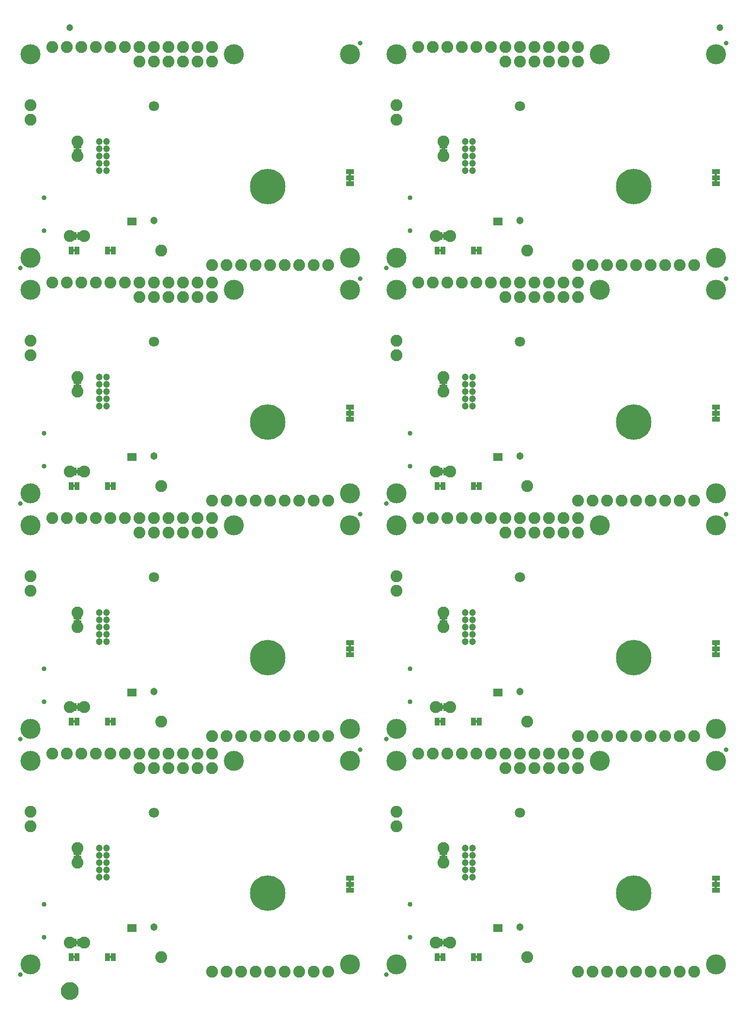
<source format=gbs>
G04 EAGLE Gerber RS-274X export*
G75*
%MOMM*%
%FSLAX34Y34*%
%LPD*%
%INSoldermask Bottom*%
%IPPOS*%
%AMOC8*
5,1,8,0,0,1.08239X$1,22.5*%
G01*
%ADD10C,0.853200*%
%ADD11C,0.838200*%
%ADD12C,3.505200*%
%ADD13R,1.473200X0.863600*%
%ADD14R,0.838200X1.473200*%
%ADD15C,2.082800*%
%ADD16C,1.203200*%
%ADD17C,6.203200*%
%ADD18R,1.473200X0.838200*%
%ADD19C,1.303200*%
%ADD20C,1.803200*%
%ADD21R,0.863600X1.473200*%
%ADD22C,1.270000*%
%ADD23C,1.703200*%

G36*
X750889Y1447812D02*
X750889Y1447812D01*
X750955Y1447814D01*
X750998Y1447832D01*
X751045Y1447840D01*
X751102Y1447874D01*
X751162Y1447899D01*
X751197Y1447930D01*
X751238Y1447955D01*
X751280Y1448006D01*
X751328Y1448050D01*
X751350Y1448092D01*
X751379Y1448129D01*
X751400Y1448191D01*
X751431Y1448250D01*
X751439Y1448304D01*
X751451Y1448341D01*
X751450Y1448381D01*
X751458Y1448435D01*
X751458Y1452245D01*
X751447Y1452310D01*
X751445Y1452376D01*
X751427Y1452419D01*
X751419Y1452466D01*
X751385Y1452523D01*
X751360Y1452583D01*
X751329Y1452618D01*
X751304Y1452659D01*
X751253Y1452701D01*
X751209Y1452749D01*
X751167Y1452771D01*
X751130Y1452800D01*
X751068Y1452821D01*
X751009Y1452852D01*
X750955Y1452860D01*
X750918Y1452872D01*
X750878Y1452871D01*
X750824Y1452879D01*
X745236Y1452879D01*
X745171Y1452868D01*
X745105Y1452866D01*
X745062Y1452848D01*
X745015Y1452840D01*
X744958Y1452806D01*
X744898Y1452781D01*
X744863Y1452750D01*
X744822Y1452725D01*
X744781Y1452674D01*
X744732Y1452630D01*
X744710Y1452588D01*
X744681Y1452551D01*
X744660Y1452489D01*
X744629Y1452430D01*
X744621Y1452376D01*
X744609Y1452339D01*
X744609Y1452335D01*
X744609Y1452334D01*
X744610Y1452299D01*
X744602Y1452245D01*
X744602Y1448435D01*
X744613Y1448370D01*
X744615Y1448304D01*
X744633Y1448261D01*
X744641Y1448214D01*
X744675Y1448157D01*
X744700Y1448097D01*
X744731Y1448062D01*
X744756Y1448021D01*
X744807Y1447980D01*
X744851Y1447931D01*
X744893Y1447909D01*
X744930Y1447880D01*
X744992Y1447859D01*
X745051Y1447828D01*
X745105Y1447820D01*
X745142Y1447808D01*
X745182Y1447809D01*
X745236Y1447801D01*
X750824Y1447801D01*
X750889Y1447812D01*
G37*
G36*
X110809Y1447812D02*
X110809Y1447812D01*
X110875Y1447814D01*
X110918Y1447832D01*
X110965Y1447840D01*
X111022Y1447874D01*
X111082Y1447899D01*
X111117Y1447930D01*
X111158Y1447955D01*
X111200Y1448006D01*
X111248Y1448050D01*
X111270Y1448092D01*
X111299Y1448129D01*
X111320Y1448191D01*
X111351Y1448250D01*
X111359Y1448304D01*
X111371Y1448341D01*
X111370Y1448381D01*
X111378Y1448435D01*
X111378Y1452245D01*
X111367Y1452310D01*
X111365Y1452376D01*
X111347Y1452419D01*
X111339Y1452466D01*
X111305Y1452523D01*
X111280Y1452583D01*
X111249Y1452618D01*
X111224Y1452659D01*
X111173Y1452701D01*
X111129Y1452749D01*
X111087Y1452771D01*
X111050Y1452800D01*
X110988Y1452821D01*
X110929Y1452852D01*
X110875Y1452860D01*
X110838Y1452872D01*
X110798Y1452871D01*
X110744Y1452879D01*
X105156Y1452879D01*
X105091Y1452868D01*
X105025Y1452866D01*
X104982Y1452848D01*
X104935Y1452840D01*
X104878Y1452806D01*
X104818Y1452781D01*
X104783Y1452750D01*
X104742Y1452725D01*
X104701Y1452674D01*
X104652Y1452630D01*
X104630Y1452588D01*
X104601Y1452551D01*
X104580Y1452489D01*
X104549Y1452430D01*
X104541Y1452376D01*
X104529Y1452339D01*
X104529Y1452335D01*
X104529Y1452334D01*
X104530Y1452299D01*
X104522Y1452245D01*
X104522Y1448435D01*
X104533Y1448370D01*
X104535Y1448304D01*
X104553Y1448261D01*
X104561Y1448214D01*
X104595Y1448157D01*
X104620Y1448097D01*
X104651Y1448062D01*
X104676Y1448021D01*
X104727Y1447980D01*
X104771Y1447931D01*
X104813Y1447909D01*
X104850Y1447880D01*
X104912Y1447859D01*
X104971Y1447828D01*
X105025Y1447820D01*
X105062Y1447808D01*
X105102Y1447809D01*
X105156Y1447801D01*
X110744Y1447801D01*
X110809Y1447812D01*
G37*
G36*
X750889Y1036332D02*
X750889Y1036332D01*
X750955Y1036334D01*
X750998Y1036352D01*
X751045Y1036360D01*
X751102Y1036394D01*
X751162Y1036419D01*
X751197Y1036450D01*
X751238Y1036475D01*
X751280Y1036526D01*
X751328Y1036570D01*
X751350Y1036612D01*
X751379Y1036649D01*
X751400Y1036711D01*
X751431Y1036770D01*
X751439Y1036824D01*
X751451Y1036861D01*
X751450Y1036901D01*
X751458Y1036955D01*
X751458Y1040765D01*
X751447Y1040830D01*
X751445Y1040896D01*
X751427Y1040939D01*
X751419Y1040986D01*
X751385Y1041043D01*
X751360Y1041103D01*
X751329Y1041138D01*
X751304Y1041179D01*
X751253Y1041221D01*
X751209Y1041269D01*
X751167Y1041291D01*
X751130Y1041320D01*
X751068Y1041341D01*
X751009Y1041372D01*
X750955Y1041380D01*
X750918Y1041392D01*
X750878Y1041391D01*
X750824Y1041399D01*
X745236Y1041399D01*
X745171Y1041388D01*
X745105Y1041386D01*
X745062Y1041368D01*
X745015Y1041360D01*
X744958Y1041326D01*
X744898Y1041301D01*
X744863Y1041270D01*
X744822Y1041245D01*
X744781Y1041194D01*
X744732Y1041150D01*
X744710Y1041108D01*
X744681Y1041071D01*
X744660Y1041009D01*
X744629Y1040950D01*
X744621Y1040896D01*
X744609Y1040859D01*
X744609Y1040855D01*
X744609Y1040854D01*
X744610Y1040819D01*
X744602Y1040765D01*
X744602Y1036955D01*
X744613Y1036890D01*
X744615Y1036824D01*
X744633Y1036781D01*
X744641Y1036734D01*
X744675Y1036677D01*
X744700Y1036617D01*
X744731Y1036582D01*
X744756Y1036541D01*
X744807Y1036500D01*
X744851Y1036451D01*
X744893Y1036429D01*
X744930Y1036400D01*
X744992Y1036379D01*
X745051Y1036348D01*
X745105Y1036340D01*
X745142Y1036328D01*
X745182Y1036329D01*
X745236Y1036321D01*
X750824Y1036321D01*
X750889Y1036332D01*
G37*
G36*
X750889Y624852D02*
X750889Y624852D01*
X750955Y624854D01*
X750998Y624872D01*
X751045Y624880D01*
X751102Y624914D01*
X751162Y624939D01*
X751197Y624970D01*
X751238Y624995D01*
X751280Y625046D01*
X751328Y625090D01*
X751350Y625132D01*
X751379Y625169D01*
X751400Y625231D01*
X751431Y625290D01*
X751439Y625344D01*
X751451Y625381D01*
X751450Y625421D01*
X751458Y625475D01*
X751458Y629285D01*
X751447Y629350D01*
X751445Y629416D01*
X751427Y629459D01*
X751419Y629506D01*
X751385Y629563D01*
X751360Y629623D01*
X751329Y629658D01*
X751304Y629699D01*
X751253Y629741D01*
X751209Y629789D01*
X751167Y629811D01*
X751130Y629840D01*
X751068Y629861D01*
X751009Y629892D01*
X750955Y629900D01*
X750918Y629912D01*
X750878Y629911D01*
X750824Y629919D01*
X745236Y629919D01*
X745171Y629908D01*
X745105Y629906D01*
X745062Y629888D01*
X745015Y629880D01*
X744958Y629846D01*
X744898Y629821D01*
X744863Y629790D01*
X744822Y629765D01*
X744781Y629714D01*
X744732Y629670D01*
X744710Y629628D01*
X744681Y629591D01*
X744660Y629529D01*
X744629Y629470D01*
X744621Y629416D01*
X744609Y629379D01*
X744609Y629375D01*
X744609Y629374D01*
X744610Y629339D01*
X744602Y629285D01*
X744602Y625475D01*
X744613Y625410D01*
X744615Y625344D01*
X744633Y625301D01*
X744641Y625254D01*
X744675Y625197D01*
X744700Y625137D01*
X744731Y625102D01*
X744756Y625061D01*
X744807Y625020D01*
X744851Y624971D01*
X744893Y624949D01*
X744930Y624920D01*
X744992Y624899D01*
X745051Y624868D01*
X745105Y624860D01*
X745142Y624848D01*
X745182Y624849D01*
X745236Y624841D01*
X750824Y624841D01*
X750889Y624852D01*
G37*
G36*
X750889Y213372D02*
X750889Y213372D01*
X750955Y213374D01*
X750998Y213392D01*
X751045Y213400D01*
X751102Y213434D01*
X751162Y213459D01*
X751197Y213490D01*
X751238Y213515D01*
X751280Y213566D01*
X751328Y213610D01*
X751350Y213652D01*
X751379Y213689D01*
X751400Y213751D01*
X751431Y213810D01*
X751439Y213864D01*
X751451Y213901D01*
X751450Y213941D01*
X751458Y213995D01*
X751458Y217805D01*
X751447Y217870D01*
X751445Y217936D01*
X751427Y217979D01*
X751419Y218026D01*
X751385Y218083D01*
X751360Y218143D01*
X751329Y218178D01*
X751304Y218219D01*
X751253Y218261D01*
X751209Y218309D01*
X751167Y218331D01*
X751130Y218360D01*
X751068Y218381D01*
X751009Y218412D01*
X750955Y218420D01*
X750918Y218432D01*
X750878Y218431D01*
X750824Y218439D01*
X745236Y218439D01*
X745171Y218428D01*
X745105Y218426D01*
X745062Y218408D01*
X745015Y218400D01*
X744958Y218366D01*
X744898Y218341D01*
X744863Y218310D01*
X744822Y218285D01*
X744781Y218234D01*
X744732Y218190D01*
X744710Y218148D01*
X744681Y218111D01*
X744660Y218049D01*
X744629Y217990D01*
X744621Y217936D01*
X744609Y217899D01*
X744609Y217895D01*
X744609Y217894D01*
X744610Y217859D01*
X744602Y217805D01*
X744602Y213995D01*
X744613Y213930D01*
X744615Y213864D01*
X744633Y213821D01*
X744641Y213774D01*
X744675Y213717D01*
X744700Y213657D01*
X744731Y213622D01*
X744756Y213581D01*
X744807Y213540D01*
X744851Y213491D01*
X744893Y213469D01*
X744930Y213440D01*
X744992Y213419D01*
X745051Y213388D01*
X745105Y213380D01*
X745142Y213368D01*
X745182Y213369D01*
X745236Y213361D01*
X750824Y213361D01*
X750889Y213372D01*
G37*
G36*
X110809Y624852D02*
X110809Y624852D01*
X110875Y624854D01*
X110918Y624872D01*
X110965Y624880D01*
X111022Y624914D01*
X111082Y624939D01*
X111117Y624970D01*
X111158Y624995D01*
X111200Y625046D01*
X111248Y625090D01*
X111270Y625132D01*
X111299Y625169D01*
X111320Y625231D01*
X111351Y625290D01*
X111359Y625344D01*
X111371Y625381D01*
X111370Y625421D01*
X111378Y625475D01*
X111378Y629285D01*
X111367Y629350D01*
X111365Y629416D01*
X111347Y629459D01*
X111339Y629506D01*
X111305Y629563D01*
X111280Y629623D01*
X111249Y629658D01*
X111224Y629699D01*
X111173Y629741D01*
X111129Y629789D01*
X111087Y629811D01*
X111050Y629840D01*
X110988Y629861D01*
X110929Y629892D01*
X110875Y629900D01*
X110838Y629912D01*
X110798Y629911D01*
X110744Y629919D01*
X105156Y629919D01*
X105091Y629908D01*
X105025Y629906D01*
X104982Y629888D01*
X104935Y629880D01*
X104878Y629846D01*
X104818Y629821D01*
X104783Y629790D01*
X104742Y629765D01*
X104701Y629714D01*
X104652Y629670D01*
X104630Y629628D01*
X104601Y629591D01*
X104580Y629529D01*
X104549Y629470D01*
X104541Y629416D01*
X104529Y629379D01*
X104529Y629375D01*
X104529Y629374D01*
X104530Y629339D01*
X104522Y629285D01*
X104522Y625475D01*
X104533Y625410D01*
X104535Y625344D01*
X104553Y625301D01*
X104561Y625254D01*
X104595Y625197D01*
X104620Y625137D01*
X104651Y625102D01*
X104676Y625061D01*
X104727Y625020D01*
X104771Y624971D01*
X104813Y624949D01*
X104850Y624920D01*
X104912Y624899D01*
X104971Y624868D01*
X105025Y624860D01*
X105062Y624848D01*
X105102Y624849D01*
X105156Y624841D01*
X110744Y624841D01*
X110809Y624852D01*
G37*
G36*
X110809Y1036332D02*
X110809Y1036332D01*
X110875Y1036334D01*
X110918Y1036352D01*
X110965Y1036360D01*
X111022Y1036394D01*
X111082Y1036419D01*
X111117Y1036450D01*
X111158Y1036475D01*
X111200Y1036526D01*
X111248Y1036570D01*
X111270Y1036612D01*
X111299Y1036649D01*
X111320Y1036711D01*
X111351Y1036770D01*
X111359Y1036824D01*
X111371Y1036861D01*
X111370Y1036901D01*
X111378Y1036955D01*
X111378Y1040765D01*
X111367Y1040830D01*
X111365Y1040896D01*
X111347Y1040939D01*
X111339Y1040986D01*
X111305Y1041043D01*
X111280Y1041103D01*
X111249Y1041138D01*
X111224Y1041179D01*
X111173Y1041221D01*
X111129Y1041269D01*
X111087Y1041291D01*
X111050Y1041320D01*
X110988Y1041341D01*
X110929Y1041372D01*
X110875Y1041380D01*
X110838Y1041392D01*
X110798Y1041391D01*
X110744Y1041399D01*
X105156Y1041399D01*
X105091Y1041388D01*
X105025Y1041386D01*
X104982Y1041368D01*
X104935Y1041360D01*
X104878Y1041326D01*
X104818Y1041301D01*
X104783Y1041270D01*
X104742Y1041245D01*
X104701Y1041194D01*
X104652Y1041150D01*
X104630Y1041108D01*
X104601Y1041071D01*
X104580Y1041009D01*
X104549Y1040950D01*
X104541Y1040896D01*
X104529Y1040859D01*
X104529Y1040855D01*
X104529Y1040854D01*
X104530Y1040819D01*
X104522Y1040765D01*
X104522Y1036955D01*
X104533Y1036890D01*
X104535Y1036824D01*
X104553Y1036781D01*
X104561Y1036734D01*
X104595Y1036677D01*
X104620Y1036617D01*
X104651Y1036582D01*
X104676Y1036541D01*
X104727Y1036500D01*
X104771Y1036451D01*
X104813Y1036429D01*
X104850Y1036400D01*
X104912Y1036379D01*
X104971Y1036348D01*
X105025Y1036340D01*
X105062Y1036328D01*
X105102Y1036329D01*
X105156Y1036321D01*
X110744Y1036321D01*
X110809Y1036332D01*
G37*
G36*
X110809Y213372D02*
X110809Y213372D01*
X110875Y213374D01*
X110918Y213392D01*
X110965Y213400D01*
X111022Y213434D01*
X111082Y213459D01*
X111117Y213490D01*
X111158Y213515D01*
X111200Y213566D01*
X111248Y213610D01*
X111270Y213652D01*
X111299Y213689D01*
X111320Y213751D01*
X111351Y213810D01*
X111359Y213864D01*
X111371Y213901D01*
X111370Y213941D01*
X111378Y213995D01*
X111378Y217805D01*
X111367Y217870D01*
X111365Y217936D01*
X111347Y217979D01*
X111339Y218026D01*
X111305Y218083D01*
X111280Y218143D01*
X111249Y218178D01*
X111224Y218219D01*
X111173Y218261D01*
X111129Y218309D01*
X111087Y218331D01*
X111050Y218360D01*
X110988Y218381D01*
X110929Y218412D01*
X110875Y218420D01*
X110838Y218432D01*
X110798Y218431D01*
X110744Y218439D01*
X105156Y218439D01*
X105091Y218428D01*
X105025Y218426D01*
X104982Y218408D01*
X104935Y218400D01*
X104878Y218366D01*
X104818Y218341D01*
X104783Y218310D01*
X104742Y218285D01*
X104701Y218234D01*
X104652Y218190D01*
X104630Y218148D01*
X104601Y218111D01*
X104580Y218049D01*
X104549Y217990D01*
X104541Y217936D01*
X104529Y217899D01*
X104529Y217895D01*
X104529Y217894D01*
X104530Y217859D01*
X104522Y217805D01*
X104522Y213995D01*
X104533Y213930D01*
X104535Y213864D01*
X104553Y213821D01*
X104561Y213774D01*
X104595Y213717D01*
X104620Y213657D01*
X104651Y213622D01*
X104676Y213581D01*
X104727Y213540D01*
X104771Y213491D01*
X104813Y213469D01*
X104850Y213440D01*
X104912Y213419D01*
X104971Y213388D01*
X105025Y213380D01*
X105062Y213368D01*
X105102Y213369D01*
X105156Y213361D01*
X110744Y213361D01*
X110809Y213372D01*
G37*
G36*
X108650Y60083D02*
X108650Y60083D01*
X108716Y60085D01*
X108759Y60103D01*
X108806Y60111D01*
X108863Y60145D01*
X108923Y60170D01*
X108958Y60201D01*
X108999Y60226D01*
X109041Y60277D01*
X109089Y60321D01*
X109111Y60363D01*
X109140Y60400D01*
X109161Y60462D01*
X109192Y60521D01*
X109200Y60575D01*
X109212Y60612D01*
X109211Y60652D01*
X109219Y60706D01*
X109219Y66294D01*
X109208Y66359D01*
X109206Y66425D01*
X109188Y66468D01*
X109180Y66515D01*
X109146Y66572D01*
X109121Y66632D01*
X109090Y66667D01*
X109065Y66708D01*
X109014Y66750D01*
X108970Y66798D01*
X108928Y66820D01*
X108891Y66849D01*
X108829Y66870D01*
X108770Y66901D01*
X108716Y66909D01*
X108679Y66921D01*
X108639Y66920D01*
X108585Y66928D01*
X104775Y66928D01*
X104710Y66917D01*
X104644Y66915D01*
X104601Y66897D01*
X104554Y66889D01*
X104497Y66855D01*
X104437Y66830D01*
X104402Y66799D01*
X104361Y66774D01*
X104320Y66723D01*
X104271Y66679D01*
X104249Y66637D01*
X104220Y66600D01*
X104199Y66538D01*
X104168Y66479D01*
X104160Y66425D01*
X104148Y66388D01*
X104149Y66348D01*
X104141Y66294D01*
X104141Y60706D01*
X104152Y60641D01*
X104154Y60575D01*
X104172Y60532D01*
X104180Y60485D01*
X104214Y60428D01*
X104239Y60368D01*
X104270Y60333D01*
X104295Y60292D01*
X104346Y60251D01*
X104390Y60202D01*
X104432Y60180D01*
X104469Y60151D01*
X104531Y60130D01*
X104590Y60099D01*
X104644Y60091D01*
X104681Y60079D01*
X104721Y60080D01*
X104775Y60072D01*
X108585Y60072D01*
X108650Y60083D01*
G37*
G36*
X748730Y1294523D02*
X748730Y1294523D01*
X748796Y1294525D01*
X748839Y1294543D01*
X748886Y1294551D01*
X748943Y1294585D01*
X749003Y1294610D01*
X749038Y1294641D01*
X749079Y1294666D01*
X749121Y1294717D01*
X749169Y1294761D01*
X749191Y1294803D01*
X749220Y1294840D01*
X749241Y1294902D01*
X749272Y1294961D01*
X749280Y1295015D01*
X749292Y1295052D01*
X749291Y1295092D01*
X749299Y1295146D01*
X749299Y1300734D01*
X749288Y1300799D01*
X749286Y1300865D01*
X749268Y1300908D01*
X749260Y1300955D01*
X749226Y1301012D01*
X749201Y1301072D01*
X749170Y1301107D01*
X749145Y1301148D01*
X749094Y1301190D01*
X749050Y1301238D01*
X749008Y1301260D01*
X748971Y1301289D01*
X748909Y1301310D01*
X748850Y1301341D01*
X748796Y1301349D01*
X748759Y1301361D01*
X748719Y1301360D01*
X748665Y1301368D01*
X744855Y1301368D01*
X744790Y1301357D01*
X744724Y1301355D01*
X744681Y1301337D01*
X744634Y1301329D01*
X744577Y1301295D01*
X744517Y1301270D01*
X744482Y1301239D01*
X744441Y1301214D01*
X744400Y1301163D01*
X744351Y1301119D01*
X744329Y1301077D01*
X744300Y1301040D01*
X744279Y1300978D01*
X744248Y1300919D01*
X744240Y1300865D01*
X744228Y1300828D01*
X744229Y1300788D01*
X744221Y1300734D01*
X744221Y1295146D01*
X744232Y1295081D01*
X744234Y1295015D01*
X744252Y1294972D01*
X744260Y1294925D01*
X744294Y1294868D01*
X744319Y1294808D01*
X744350Y1294773D01*
X744375Y1294732D01*
X744426Y1294691D01*
X744470Y1294642D01*
X744512Y1294620D01*
X744549Y1294591D01*
X744611Y1294570D01*
X744670Y1294539D01*
X744724Y1294531D01*
X744761Y1294519D01*
X744801Y1294520D01*
X744855Y1294512D01*
X748665Y1294512D01*
X748730Y1294523D01*
G37*
G36*
X748730Y883043D02*
X748730Y883043D01*
X748796Y883045D01*
X748839Y883063D01*
X748886Y883071D01*
X748943Y883105D01*
X749003Y883130D01*
X749038Y883161D01*
X749079Y883186D01*
X749121Y883237D01*
X749169Y883281D01*
X749191Y883323D01*
X749220Y883360D01*
X749241Y883422D01*
X749272Y883481D01*
X749280Y883535D01*
X749292Y883572D01*
X749291Y883612D01*
X749299Y883666D01*
X749299Y889254D01*
X749288Y889319D01*
X749286Y889385D01*
X749268Y889428D01*
X749260Y889475D01*
X749226Y889532D01*
X749201Y889592D01*
X749170Y889627D01*
X749145Y889668D01*
X749094Y889710D01*
X749050Y889758D01*
X749008Y889780D01*
X748971Y889809D01*
X748909Y889830D01*
X748850Y889861D01*
X748796Y889869D01*
X748759Y889881D01*
X748719Y889880D01*
X748665Y889888D01*
X744855Y889888D01*
X744790Y889877D01*
X744724Y889875D01*
X744681Y889857D01*
X744634Y889849D01*
X744577Y889815D01*
X744517Y889790D01*
X744482Y889759D01*
X744441Y889734D01*
X744400Y889683D01*
X744351Y889639D01*
X744329Y889597D01*
X744300Y889560D01*
X744279Y889498D01*
X744248Y889439D01*
X744240Y889385D01*
X744228Y889348D01*
X744229Y889308D01*
X744221Y889254D01*
X744221Y883666D01*
X744232Y883601D01*
X744234Y883535D01*
X744252Y883492D01*
X744260Y883445D01*
X744294Y883388D01*
X744319Y883328D01*
X744350Y883293D01*
X744375Y883252D01*
X744426Y883211D01*
X744470Y883162D01*
X744512Y883140D01*
X744549Y883111D01*
X744611Y883090D01*
X744670Y883059D01*
X744724Y883051D01*
X744761Y883039D01*
X744801Y883040D01*
X744855Y883032D01*
X748665Y883032D01*
X748730Y883043D01*
G37*
G36*
X108650Y471563D02*
X108650Y471563D01*
X108716Y471565D01*
X108759Y471583D01*
X108806Y471591D01*
X108863Y471625D01*
X108923Y471650D01*
X108958Y471681D01*
X108999Y471706D01*
X109041Y471757D01*
X109089Y471801D01*
X109111Y471843D01*
X109140Y471880D01*
X109161Y471942D01*
X109192Y472001D01*
X109200Y472055D01*
X109212Y472092D01*
X109211Y472132D01*
X109219Y472186D01*
X109219Y477774D01*
X109208Y477839D01*
X109206Y477905D01*
X109188Y477948D01*
X109180Y477995D01*
X109146Y478052D01*
X109121Y478112D01*
X109090Y478147D01*
X109065Y478188D01*
X109014Y478230D01*
X108970Y478278D01*
X108928Y478300D01*
X108891Y478329D01*
X108829Y478350D01*
X108770Y478381D01*
X108716Y478389D01*
X108679Y478401D01*
X108639Y478400D01*
X108585Y478408D01*
X104775Y478408D01*
X104710Y478397D01*
X104644Y478395D01*
X104601Y478377D01*
X104554Y478369D01*
X104497Y478335D01*
X104437Y478310D01*
X104402Y478279D01*
X104361Y478254D01*
X104320Y478203D01*
X104271Y478159D01*
X104249Y478117D01*
X104220Y478080D01*
X104199Y478018D01*
X104168Y477959D01*
X104160Y477905D01*
X104148Y477868D01*
X104149Y477828D01*
X104141Y477774D01*
X104141Y472186D01*
X104152Y472121D01*
X104154Y472055D01*
X104172Y472012D01*
X104180Y471965D01*
X104214Y471908D01*
X104239Y471848D01*
X104270Y471813D01*
X104295Y471772D01*
X104346Y471731D01*
X104390Y471682D01*
X104432Y471660D01*
X104469Y471631D01*
X104531Y471610D01*
X104590Y471579D01*
X104644Y471571D01*
X104681Y471559D01*
X104721Y471560D01*
X104775Y471552D01*
X108585Y471552D01*
X108650Y471563D01*
G37*
G36*
X108650Y1294523D02*
X108650Y1294523D01*
X108716Y1294525D01*
X108759Y1294543D01*
X108806Y1294551D01*
X108863Y1294585D01*
X108923Y1294610D01*
X108958Y1294641D01*
X108999Y1294666D01*
X109041Y1294717D01*
X109089Y1294761D01*
X109111Y1294803D01*
X109140Y1294840D01*
X109161Y1294902D01*
X109192Y1294961D01*
X109200Y1295015D01*
X109212Y1295052D01*
X109211Y1295092D01*
X109219Y1295146D01*
X109219Y1300734D01*
X109208Y1300799D01*
X109206Y1300865D01*
X109188Y1300908D01*
X109180Y1300955D01*
X109146Y1301012D01*
X109121Y1301072D01*
X109090Y1301107D01*
X109065Y1301148D01*
X109014Y1301190D01*
X108970Y1301238D01*
X108928Y1301260D01*
X108891Y1301289D01*
X108829Y1301310D01*
X108770Y1301341D01*
X108716Y1301349D01*
X108679Y1301361D01*
X108639Y1301360D01*
X108585Y1301368D01*
X104775Y1301368D01*
X104710Y1301357D01*
X104644Y1301355D01*
X104601Y1301337D01*
X104554Y1301329D01*
X104497Y1301295D01*
X104437Y1301270D01*
X104402Y1301239D01*
X104361Y1301214D01*
X104320Y1301163D01*
X104271Y1301119D01*
X104249Y1301077D01*
X104220Y1301040D01*
X104199Y1300978D01*
X104168Y1300919D01*
X104160Y1300865D01*
X104148Y1300828D01*
X104149Y1300788D01*
X104141Y1300734D01*
X104141Y1295146D01*
X104152Y1295081D01*
X104154Y1295015D01*
X104172Y1294972D01*
X104180Y1294925D01*
X104214Y1294868D01*
X104239Y1294808D01*
X104270Y1294773D01*
X104295Y1294732D01*
X104346Y1294691D01*
X104390Y1294642D01*
X104432Y1294620D01*
X104469Y1294591D01*
X104531Y1294570D01*
X104590Y1294539D01*
X104644Y1294531D01*
X104681Y1294519D01*
X104721Y1294520D01*
X104775Y1294512D01*
X108585Y1294512D01*
X108650Y1294523D01*
G37*
G36*
X748730Y471563D02*
X748730Y471563D01*
X748796Y471565D01*
X748839Y471583D01*
X748886Y471591D01*
X748943Y471625D01*
X749003Y471650D01*
X749038Y471681D01*
X749079Y471706D01*
X749121Y471757D01*
X749169Y471801D01*
X749191Y471843D01*
X749220Y471880D01*
X749241Y471942D01*
X749272Y472001D01*
X749280Y472055D01*
X749292Y472092D01*
X749291Y472132D01*
X749299Y472186D01*
X749299Y477774D01*
X749288Y477839D01*
X749286Y477905D01*
X749268Y477948D01*
X749260Y477995D01*
X749226Y478052D01*
X749201Y478112D01*
X749170Y478147D01*
X749145Y478188D01*
X749094Y478230D01*
X749050Y478278D01*
X749008Y478300D01*
X748971Y478329D01*
X748909Y478350D01*
X748850Y478381D01*
X748796Y478389D01*
X748759Y478401D01*
X748719Y478400D01*
X748665Y478408D01*
X744855Y478408D01*
X744790Y478397D01*
X744724Y478395D01*
X744681Y478377D01*
X744634Y478369D01*
X744577Y478335D01*
X744517Y478310D01*
X744482Y478279D01*
X744441Y478254D01*
X744400Y478203D01*
X744351Y478159D01*
X744329Y478117D01*
X744300Y478080D01*
X744279Y478018D01*
X744248Y477959D01*
X744240Y477905D01*
X744228Y477868D01*
X744229Y477828D01*
X744221Y477774D01*
X744221Y472186D01*
X744232Y472121D01*
X744234Y472055D01*
X744252Y472012D01*
X744260Y471965D01*
X744294Y471908D01*
X744319Y471848D01*
X744350Y471813D01*
X744375Y471772D01*
X744426Y471731D01*
X744470Y471682D01*
X744512Y471660D01*
X744549Y471631D01*
X744611Y471610D01*
X744670Y471579D01*
X744724Y471571D01*
X744761Y471559D01*
X744801Y471560D01*
X744855Y471552D01*
X748665Y471552D01*
X748730Y471563D01*
G37*
G36*
X748730Y60083D02*
X748730Y60083D01*
X748796Y60085D01*
X748839Y60103D01*
X748886Y60111D01*
X748943Y60145D01*
X749003Y60170D01*
X749038Y60201D01*
X749079Y60226D01*
X749121Y60277D01*
X749169Y60321D01*
X749191Y60363D01*
X749220Y60400D01*
X749241Y60462D01*
X749272Y60521D01*
X749280Y60575D01*
X749292Y60612D01*
X749291Y60652D01*
X749299Y60706D01*
X749299Y66294D01*
X749288Y66359D01*
X749286Y66425D01*
X749268Y66468D01*
X749260Y66515D01*
X749226Y66572D01*
X749201Y66632D01*
X749170Y66667D01*
X749145Y66708D01*
X749094Y66750D01*
X749050Y66798D01*
X749008Y66820D01*
X748971Y66849D01*
X748909Y66870D01*
X748850Y66901D01*
X748796Y66909D01*
X748759Y66921D01*
X748719Y66920D01*
X748665Y66928D01*
X744855Y66928D01*
X744790Y66917D01*
X744724Y66915D01*
X744681Y66897D01*
X744634Y66889D01*
X744577Y66855D01*
X744517Y66830D01*
X744482Y66799D01*
X744441Y66774D01*
X744400Y66723D01*
X744351Y66679D01*
X744329Y66637D01*
X744300Y66600D01*
X744279Y66538D01*
X744248Y66479D01*
X744240Y66425D01*
X744228Y66388D01*
X744229Y66348D01*
X744221Y66294D01*
X744221Y60706D01*
X744232Y60641D01*
X744234Y60575D01*
X744252Y60532D01*
X744260Y60485D01*
X744294Y60428D01*
X744319Y60368D01*
X744350Y60333D01*
X744375Y60292D01*
X744426Y60251D01*
X744470Y60202D01*
X744512Y60180D01*
X744549Y60151D01*
X744611Y60130D01*
X744670Y60099D01*
X744724Y60091D01*
X744761Y60079D01*
X744801Y60080D01*
X744855Y60072D01*
X748665Y60072D01*
X748730Y60083D01*
G37*
G36*
X108650Y883043D02*
X108650Y883043D01*
X108716Y883045D01*
X108759Y883063D01*
X108806Y883071D01*
X108863Y883105D01*
X108923Y883130D01*
X108958Y883161D01*
X108999Y883186D01*
X109041Y883237D01*
X109089Y883281D01*
X109111Y883323D01*
X109140Y883360D01*
X109161Y883422D01*
X109192Y883481D01*
X109200Y883535D01*
X109212Y883572D01*
X109211Y883612D01*
X109219Y883666D01*
X109219Y889254D01*
X109208Y889319D01*
X109206Y889385D01*
X109188Y889428D01*
X109180Y889475D01*
X109146Y889532D01*
X109121Y889592D01*
X109090Y889627D01*
X109065Y889668D01*
X109014Y889710D01*
X108970Y889758D01*
X108928Y889780D01*
X108891Y889809D01*
X108829Y889830D01*
X108770Y889861D01*
X108716Y889869D01*
X108679Y889881D01*
X108639Y889880D01*
X108585Y889888D01*
X104775Y889888D01*
X104710Y889877D01*
X104644Y889875D01*
X104601Y889857D01*
X104554Y889849D01*
X104497Y889815D01*
X104437Y889790D01*
X104402Y889759D01*
X104361Y889734D01*
X104320Y889683D01*
X104271Y889639D01*
X104249Y889597D01*
X104220Y889560D01*
X104199Y889498D01*
X104168Y889439D01*
X104160Y889385D01*
X104148Y889348D01*
X104149Y889308D01*
X104141Y889254D01*
X104141Y883666D01*
X104152Y883601D01*
X104154Y883535D01*
X104172Y883492D01*
X104180Y883445D01*
X104214Y883388D01*
X104239Y883328D01*
X104270Y883293D01*
X104295Y883252D01*
X104346Y883211D01*
X104390Y883162D01*
X104432Y883140D01*
X104469Y883111D01*
X104531Y883090D01*
X104590Y883059D01*
X104644Y883051D01*
X104681Y883039D01*
X104721Y883040D01*
X104775Y883032D01*
X108585Y883032D01*
X108650Y883043D01*
G37*
G36*
X1225615Y1402092D02*
X1225615Y1402092D01*
X1225681Y1402094D01*
X1225724Y1402112D01*
X1225771Y1402120D01*
X1225828Y1402154D01*
X1225888Y1402179D01*
X1225923Y1402210D01*
X1225964Y1402235D01*
X1226006Y1402286D01*
X1226054Y1402330D01*
X1226076Y1402372D01*
X1226105Y1402409D01*
X1226126Y1402471D01*
X1226157Y1402530D01*
X1226165Y1402584D01*
X1226177Y1402621D01*
X1226176Y1402661D01*
X1226184Y1402715D01*
X1226184Y1406525D01*
X1226173Y1406590D01*
X1226171Y1406656D01*
X1226153Y1406699D01*
X1226145Y1406746D01*
X1226111Y1406803D01*
X1226086Y1406863D01*
X1226055Y1406898D01*
X1226030Y1406939D01*
X1225979Y1406981D01*
X1225935Y1407029D01*
X1225893Y1407051D01*
X1225856Y1407080D01*
X1225794Y1407101D01*
X1225735Y1407132D01*
X1225681Y1407140D01*
X1225644Y1407152D01*
X1225604Y1407151D01*
X1225550Y1407159D01*
X1223010Y1407159D01*
X1222945Y1407148D01*
X1222879Y1407146D01*
X1222836Y1407128D01*
X1222789Y1407120D01*
X1222732Y1407086D01*
X1222672Y1407061D01*
X1222637Y1407030D01*
X1222596Y1407005D01*
X1222555Y1406954D01*
X1222506Y1406910D01*
X1222484Y1406868D01*
X1222455Y1406831D01*
X1222434Y1406769D01*
X1222403Y1406710D01*
X1222395Y1406656D01*
X1222383Y1406619D01*
X1222383Y1406615D01*
X1222383Y1406614D01*
X1222384Y1406579D01*
X1222376Y1406525D01*
X1222376Y1402715D01*
X1222387Y1402650D01*
X1222389Y1402584D01*
X1222407Y1402541D01*
X1222415Y1402494D01*
X1222449Y1402437D01*
X1222474Y1402377D01*
X1222505Y1402342D01*
X1222530Y1402301D01*
X1222581Y1402260D01*
X1222625Y1402211D01*
X1222667Y1402189D01*
X1222704Y1402160D01*
X1222766Y1402139D01*
X1222825Y1402108D01*
X1222879Y1402100D01*
X1222916Y1402088D01*
X1222956Y1402089D01*
X1223010Y1402081D01*
X1225550Y1402081D01*
X1225615Y1402092D01*
G37*
G36*
X585535Y1402092D02*
X585535Y1402092D01*
X585601Y1402094D01*
X585644Y1402112D01*
X585691Y1402120D01*
X585748Y1402154D01*
X585808Y1402179D01*
X585843Y1402210D01*
X585884Y1402235D01*
X585926Y1402286D01*
X585974Y1402330D01*
X585996Y1402372D01*
X586025Y1402409D01*
X586046Y1402471D01*
X586077Y1402530D01*
X586085Y1402584D01*
X586097Y1402621D01*
X586096Y1402661D01*
X586104Y1402715D01*
X586104Y1406525D01*
X586093Y1406590D01*
X586091Y1406656D01*
X586073Y1406699D01*
X586065Y1406746D01*
X586031Y1406803D01*
X586006Y1406863D01*
X585975Y1406898D01*
X585950Y1406939D01*
X585899Y1406981D01*
X585855Y1407029D01*
X585813Y1407051D01*
X585776Y1407080D01*
X585714Y1407101D01*
X585655Y1407132D01*
X585601Y1407140D01*
X585564Y1407152D01*
X585524Y1407151D01*
X585470Y1407159D01*
X582930Y1407159D01*
X582865Y1407148D01*
X582799Y1407146D01*
X582756Y1407128D01*
X582709Y1407120D01*
X582652Y1407086D01*
X582592Y1407061D01*
X582557Y1407030D01*
X582516Y1407005D01*
X582475Y1406954D01*
X582426Y1406910D01*
X582404Y1406868D01*
X582375Y1406831D01*
X582354Y1406769D01*
X582323Y1406710D01*
X582315Y1406656D01*
X582303Y1406619D01*
X582303Y1406615D01*
X582303Y1406614D01*
X582304Y1406579D01*
X582296Y1406525D01*
X582296Y1402715D01*
X582307Y1402650D01*
X582309Y1402584D01*
X582327Y1402541D01*
X582335Y1402494D01*
X582369Y1402437D01*
X582394Y1402377D01*
X582425Y1402342D01*
X582450Y1402301D01*
X582501Y1402260D01*
X582545Y1402211D01*
X582587Y1402189D01*
X582624Y1402160D01*
X582686Y1402139D01*
X582745Y1402108D01*
X582799Y1402100D01*
X582836Y1402088D01*
X582876Y1402089D01*
X582930Y1402081D01*
X585470Y1402081D01*
X585535Y1402092D01*
G37*
G36*
X1225615Y1391932D02*
X1225615Y1391932D01*
X1225681Y1391934D01*
X1225724Y1391952D01*
X1225771Y1391960D01*
X1225828Y1391994D01*
X1225888Y1392019D01*
X1225923Y1392050D01*
X1225964Y1392075D01*
X1226006Y1392126D01*
X1226054Y1392170D01*
X1226076Y1392212D01*
X1226105Y1392249D01*
X1226126Y1392311D01*
X1226157Y1392370D01*
X1226165Y1392424D01*
X1226177Y1392461D01*
X1226176Y1392501D01*
X1226184Y1392555D01*
X1226184Y1396365D01*
X1226173Y1396430D01*
X1226171Y1396496D01*
X1226153Y1396539D01*
X1226145Y1396586D01*
X1226111Y1396643D01*
X1226086Y1396703D01*
X1226055Y1396738D01*
X1226030Y1396779D01*
X1225979Y1396821D01*
X1225935Y1396869D01*
X1225893Y1396891D01*
X1225856Y1396920D01*
X1225794Y1396941D01*
X1225735Y1396972D01*
X1225681Y1396980D01*
X1225644Y1396992D01*
X1225604Y1396991D01*
X1225550Y1396999D01*
X1223010Y1396999D01*
X1222945Y1396988D01*
X1222879Y1396986D01*
X1222836Y1396968D01*
X1222789Y1396960D01*
X1222732Y1396926D01*
X1222672Y1396901D01*
X1222637Y1396870D01*
X1222596Y1396845D01*
X1222555Y1396794D01*
X1222506Y1396750D01*
X1222484Y1396708D01*
X1222455Y1396671D01*
X1222434Y1396609D01*
X1222403Y1396550D01*
X1222395Y1396496D01*
X1222383Y1396459D01*
X1222383Y1396455D01*
X1222383Y1396454D01*
X1222384Y1396419D01*
X1222376Y1396365D01*
X1222376Y1392555D01*
X1222387Y1392490D01*
X1222389Y1392424D01*
X1222407Y1392381D01*
X1222415Y1392334D01*
X1222449Y1392277D01*
X1222474Y1392217D01*
X1222505Y1392182D01*
X1222530Y1392141D01*
X1222581Y1392100D01*
X1222625Y1392051D01*
X1222667Y1392029D01*
X1222704Y1392000D01*
X1222766Y1391979D01*
X1222825Y1391948D01*
X1222879Y1391940D01*
X1222916Y1391928D01*
X1222956Y1391929D01*
X1223010Y1391921D01*
X1225550Y1391921D01*
X1225615Y1391932D01*
G37*
G36*
X585535Y1391932D02*
X585535Y1391932D01*
X585601Y1391934D01*
X585644Y1391952D01*
X585691Y1391960D01*
X585748Y1391994D01*
X585808Y1392019D01*
X585843Y1392050D01*
X585884Y1392075D01*
X585926Y1392126D01*
X585974Y1392170D01*
X585996Y1392212D01*
X586025Y1392249D01*
X586046Y1392311D01*
X586077Y1392370D01*
X586085Y1392424D01*
X586097Y1392461D01*
X586096Y1392501D01*
X586104Y1392555D01*
X586104Y1396365D01*
X586093Y1396430D01*
X586091Y1396496D01*
X586073Y1396539D01*
X586065Y1396586D01*
X586031Y1396643D01*
X586006Y1396703D01*
X585975Y1396738D01*
X585950Y1396779D01*
X585899Y1396821D01*
X585855Y1396869D01*
X585813Y1396891D01*
X585776Y1396920D01*
X585714Y1396941D01*
X585655Y1396972D01*
X585601Y1396980D01*
X585564Y1396992D01*
X585524Y1396991D01*
X585470Y1396999D01*
X582930Y1396999D01*
X582865Y1396988D01*
X582799Y1396986D01*
X582756Y1396968D01*
X582709Y1396960D01*
X582652Y1396926D01*
X582592Y1396901D01*
X582557Y1396870D01*
X582516Y1396845D01*
X582475Y1396794D01*
X582426Y1396750D01*
X582404Y1396708D01*
X582375Y1396671D01*
X582354Y1396609D01*
X582323Y1396550D01*
X582315Y1396496D01*
X582303Y1396459D01*
X582303Y1396455D01*
X582303Y1396454D01*
X582304Y1396419D01*
X582296Y1396365D01*
X582296Y1392555D01*
X582307Y1392490D01*
X582309Y1392424D01*
X582327Y1392381D01*
X582335Y1392334D01*
X582369Y1392277D01*
X582394Y1392217D01*
X582425Y1392182D01*
X582450Y1392141D01*
X582501Y1392100D01*
X582545Y1392051D01*
X582587Y1392029D01*
X582624Y1392000D01*
X582686Y1391979D01*
X582745Y1391948D01*
X582799Y1391940D01*
X582836Y1391928D01*
X582876Y1391929D01*
X582930Y1391921D01*
X585470Y1391921D01*
X585535Y1391932D01*
G37*
G36*
X585535Y990612D02*
X585535Y990612D01*
X585601Y990614D01*
X585644Y990632D01*
X585691Y990640D01*
X585748Y990674D01*
X585808Y990699D01*
X585843Y990730D01*
X585884Y990755D01*
X585926Y990806D01*
X585974Y990850D01*
X585996Y990892D01*
X586025Y990929D01*
X586046Y990991D01*
X586077Y991050D01*
X586085Y991104D01*
X586097Y991141D01*
X586096Y991181D01*
X586104Y991235D01*
X586104Y995045D01*
X586093Y995110D01*
X586091Y995176D01*
X586073Y995219D01*
X586065Y995266D01*
X586031Y995323D01*
X586006Y995383D01*
X585975Y995418D01*
X585950Y995459D01*
X585899Y995501D01*
X585855Y995549D01*
X585813Y995571D01*
X585776Y995600D01*
X585714Y995621D01*
X585655Y995652D01*
X585601Y995660D01*
X585564Y995672D01*
X585524Y995671D01*
X585470Y995679D01*
X582930Y995679D01*
X582865Y995668D01*
X582799Y995666D01*
X582756Y995648D01*
X582709Y995640D01*
X582652Y995606D01*
X582592Y995581D01*
X582557Y995550D01*
X582516Y995525D01*
X582475Y995474D01*
X582426Y995430D01*
X582404Y995388D01*
X582375Y995351D01*
X582354Y995289D01*
X582323Y995230D01*
X582315Y995176D01*
X582303Y995139D01*
X582303Y995135D01*
X582303Y995134D01*
X582304Y995099D01*
X582296Y995045D01*
X582296Y991235D01*
X582307Y991170D01*
X582309Y991104D01*
X582327Y991061D01*
X582335Y991014D01*
X582369Y990957D01*
X582394Y990897D01*
X582425Y990862D01*
X582450Y990821D01*
X582501Y990780D01*
X582545Y990731D01*
X582587Y990709D01*
X582624Y990680D01*
X582686Y990659D01*
X582745Y990628D01*
X582799Y990620D01*
X582836Y990608D01*
X582876Y990609D01*
X582930Y990601D01*
X585470Y990601D01*
X585535Y990612D01*
G37*
G36*
X1225615Y990612D02*
X1225615Y990612D01*
X1225681Y990614D01*
X1225724Y990632D01*
X1225771Y990640D01*
X1225828Y990674D01*
X1225888Y990699D01*
X1225923Y990730D01*
X1225964Y990755D01*
X1226006Y990806D01*
X1226054Y990850D01*
X1226076Y990892D01*
X1226105Y990929D01*
X1226126Y990991D01*
X1226157Y991050D01*
X1226165Y991104D01*
X1226177Y991141D01*
X1226176Y991181D01*
X1226184Y991235D01*
X1226184Y995045D01*
X1226173Y995110D01*
X1226171Y995176D01*
X1226153Y995219D01*
X1226145Y995266D01*
X1226111Y995323D01*
X1226086Y995383D01*
X1226055Y995418D01*
X1226030Y995459D01*
X1225979Y995501D01*
X1225935Y995549D01*
X1225893Y995571D01*
X1225856Y995600D01*
X1225794Y995621D01*
X1225735Y995652D01*
X1225681Y995660D01*
X1225644Y995672D01*
X1225604Y995671D01*
X1225550Y995679D01*
X1223010Y995679D01*
X1222945Y995668D01*
X1222879Y995666D01*
X1222836Y995648D01*
X1222789Y995640D01*
X1222732Y995606D01*
X1222672Y995581D01*
X1222637Y995550D01*
X1222596Y995525D01*
X1222555Y995474D01*
X1222506Y995430D01*
X1222484Y995388D01*
X1222455Y995351D01*
X1222434Y995289D01*
X1222403Y995230D01*
X1222395Y995176D01*
X1222383Y995139D01*
X1222383Y995135D01*
X1222383Y995134D01*
X1222384Y995099D01*
X1222376Y995045D01*
X1222376Y991235D01*
X1222387Y991170D01*
X1222389Y991104D01*
X1222407Y991061D01*
X1222415Y991014D01*
X1222449Y990957D01*
X1222474Y990897D01*
X1222505Y990862D01*
X1222530Y990821D01*
X1222581Y990780D01*
X1222625Y990731D01*
X1222667Y990709D01*
X1222704Y990680D01*
X1222766Y990659D01*
X1222825Y990628D01*
X1222879Y990620D01*
X1222916Y990608D01*
X1222956Y990609D01*
X1223010Y990601D01*
X1225550Y990601D01*
X1225615Y990612D01*
G37*
G36*
X585535Y980452D02*
X585535Y980452D01*
X585601Y980454D01*
X585644Y980472D01*
X585691Y980480D01*
X585748Y980514D01*
X585808Y980539D01*
X585843Y980570D01*
X585884Y980595D01*
X585926Y980646D01*
X585974Y980690D01*
X585996Y980732D01*
X586025Y980769D01*
X586046Y980831D01*
X586077Y980890D01*
X586085Y980944D01*
X586097Y980981D01*
X586096Y981021D01*
X586104Y981075D01*
X586104Y984885D01*
X586093Y984950D01*
X586091Y985016D01*
X586073Y985059D01*
X586065Y985106D01*
X586031Y985163D01*
X586006Y985223D01*
X585975Y985258D01*
X585950Y985299D01*
X585899Y985341D01*
X585855Y985389D01*
X585813Y985411D01*
X585776Y985440D01*
X585714Y985461D01*
X585655Y985492D01*
X585601Y985500D01*
X585564Y985512D01*
X585524Y985511D01*
X585470Y985519D01*
X582930Y985519D01*
X582865Y985508D01*
X582799Y985506D01*
X582756Y985488D01*
X582709Y985480D01*
X582652Y985446D01*
X582592Y985421D01*
X582557Y985390D01*
X582516Y985365D01*
X582475Y985314D01*
X582426Y985270D01*
X582404Y985228D01*
X582375Y985191D01*
X582354Y985129D01*
X582323Y985070D01*
X582315Y985016D01*
X582303Y984979D01*
X582303Y984975D01*
X582303Y984974D01*
X582304Y984939D01*
X582296Y984885D01*
X582296Y981075D01*
X582307Y981010D01*
X582309Y980944D01*
X582327Y980901D01*
X582335Y980854D01*
X582369Y980797D01*
X582394Y980737D01*
X582425Y980702D01*
X582450Y980661D01*
X582501Y980620D01*
X582545Y980571D01*
X582587Y980549D01*
X582624Y980520D01*
X582686Y980499D01*
X582745Y980468D01*
X582799Y980460D01*
X582836Y980448D01*
X582876Y980449D01*
X582930Y980441D01*
X585470Y980441D01*
X585535Y980452D01*
G37*
G36*
X1225615Y980452D02*
X1225615Y980452D01*
X1225681Y980454D01*
X1225724Y980472D01*
X1225771Y980480D01*
X1225828Y980514D01*
X1225888Y980539D01*
X1225923Y980570D01*
X1225964Y980595D01*
X1226006Y980646D01*
X1226054Y980690D01*
X1226076Y980732D01*
X1226105Y980769D01*
X1226126Y980831D01*
X1226157Y980890D01*
X1226165Y980944D01*
X1226177Y980981D01*
X1226176Y981021D01*
X1226184Y981075D01*
X1226184Y984885D01*
X1226173Y984950D01*
X1226171Y985016D01*
X1226153Y985059D01*
X1226145Y985106D01*
X1226111Y985163D01*
X1226086Y985223D01*
X1226055Y985258D01*
X1226030Y985299D01*
X1225979Y985341D01*
X1225935Y985389D01*
X1225893Y985411D01*
X1225856Y985440D01*
X1225794Y985461D01*
X1225735Y985492D01*
X1225681Y985500D01*
X1225644Y985512D01*
X1225604Y985511D01*
X1225550Y985519D01*
X1223010Y985519D01*
X1222945Y985508D01*
X1222879Y985506D01*
X1222836Y985488D01*
X1222789Y985480D01*
X1222732Y985446D01*
X1222672Y985421D01*
X1222637Y985390D01*
X1222596Y985365D01*
X1222555Y985314D01*
X1222506Y985270D01*
X1222484Y985228D01*
X1222455Y985191D01*
X1222434Y985129D01*
X1222403Y985070D01*
X1222395Y985016D01*
X1222383Y984979D01*
X1222383Y984975D01*
X1222383Y984974D01*
X1222384Y984939D01*
X1222376Y984885D01*
X1222376Y981075D01*
X1222387Y981010D01*
X1222389Y980944D01*
X1222407Y980901D01*
X1222415Y980854D01*
X1222449Y980797D01*
X1222474Y980737D01*
X1222505Y980702D01*
X1222530Y980661D01*
X1222581Y980620D01*
X1222625Y980571D01*
X1222667Y980549D01*
X1222704Y980520D01*
X1222766Y980499D01*
X1222825Y980468D01*
X1222879Y980460D01*
X1222916Y980448D01*
X1222956Y980449D01*
X1223010Y980441D01*
X1225550Y980441D01*
X1225615Y980452D01*
G37*
G36*
X1225615Y568972D02*
X1225615Y568972D01*
X1225681Y568974D01*
X1225724Y568992D01*
X1225771Y569000D01*
X1225828Y569034D01*
X1225888Y569059D01*
X1225923Y569090D01*
X1225964Y569115D01*
X1226006Y569166D01*
X1226054Y569210D01*
X1226076Y569252D01*
X1226105Y569289D01*
X1226126Y569351D01*
X1226157Y569410D01*
X1226165Y569464D01*
X1226177Y569501D01*
X1226176Y569541D01*
X1226184Y569595D01*
X1226184Y573405D01*
X1226173Y573470D01*
X1226171Y573536D01*
X1226153Y573579D01*
X1226145Y573626D01*
X1226111Y573683D01*
X1226086Y573743D01*
X1226055Y573778D01*
X1226030Y573819D01*
X1225979Y573861D01*
X1225935Y573909D01*
X1225893Y573931D01*
X1225856Y573960D01*
X1225794Y573981D01*
X1225735Y574012D01*
X1225681Y574020D01*
X1225644Y574032D01*
X1225604Y574031D01*
X1225550Y574039D01*
X1223010Y574039D01*
X1222945Y574028D01*
X1222879Y574026D01*
X1222836Y574008D01*
X1222789Y574000D01*
X1222732Y573966D01*
X1222672Y573941D01*
X1222637Y573910D01*
X1222596Y573885D01*
X1222555Y573834D01*
X1222506Y573790D01*
X1222484Y573748D01*
X1222455Y573711D01*
X1222434Y573649D01*
X1222403Y573590D01*
X1222395Y573536D01*
X1222383Y573499D01*
X1222383Y573495D01*
X1222383Y573494D01*
X1222384Y573459D01*
X1222376Y573405D01*
X1222376Y569595D01*
X1222387Y569530D01*
X1222389Y569464D01*
X1222407Y569421D01*
X1222415Y569374D01*
X1222449Y569317D01*
X1222474Y569257D01*
X1222505Y569222D01*
X1222530Y569181D01*
X1222581Y569140D01*
X1222625Y569091D01*
X1222667Y569069D01*
X1222704Y569040D01*
X1222766Y569019D01*
X1222825Y568988D01*
X1222879Y568980D01*
X1222916Y568968D01*
X1222956Y568969D01*
X1223010Y568961D01*
X1225550Y568961D01*
X1225615Y568972D01*
G37*
G36*
X1225615Y579132D02*
X1225615Y579132D01*
X1225681Y579134D01*
X1225724Y579152D01*
X1225771Y579160D01*
X1225828Y579194D01*
X1225888Y579219D01*
X1225923Y579250D01*
X1225964Y579275D01*
X1226006Y579326D01*
X1226054Y579370D01*
X1226076Y579412D01*
X1226105Y579449D01*
X1226126Y579511D01*
X1226157Y579570D01*
X1226165Y579624D01*
X1226177Y579661D01*
X1226176Y579701D01*
X1226184Y579755D01*
X1226184Y583565D01*
X1226173Y583630D01*
X1226171Y583696D01*
X1226153Y583739D01*
X1226145Y583786D01*
X1226111Y583843D01*
X1226086Y583903D01*
X1226055Y583938D01*
X1226030Y583979D01*
X1225979Y584021D01*
X1225935Y584069D01*
X1225893Y584091D01*
X1225856Y584120D01*
X1225794Y584141D01*
X1225735Y584172D01*
X1225681Y584180D01*
X1225644Y584192D01*
X1225604Y584191D01*
X1225550Y584199D01*
X1223010Y584199D01*
X1222945Y584188D01*
X1222879Y584186D01*
X1222836Y584168D01*
X1222789Y584160D01*
X1222732Y584126D01*
X1222672Y584101D01*
X1222637Y584070D01*
X1222596Y584045D01*
X1222555Y583994D01*
X1222506Y583950D01*
X1222484Y583908D01*
X1222455Y583871D01*
X1222434Y583809D01*
X1222403Y583750D01*
X1222395Y583696D01*
X1222383Y583659D01*
X1222383Y583655D01*
X1222383Y583654D01*
X1222384Y583619D01*
X1222376Y583565D01*
X1222376Y579755D01*
X1222387Y579690D01*
X1222389Y579624D01*
X1222407Y579581D01*
X1222415Y579534D01*
X1222449Y579477D01*
X1222474Y579417D01*
X1222505Y579382D01*
X1222530Y579341D01*
X1222581Y579300D01*
X1222625Y579251D01*
X1222667Y579229D01*
X1222704Y579200D01*
X1222766Y579179D01*
X1222825Y579148D01*
X1222879Y579140D01*
X1222916Y579128D01*
X1222956Y579129D01*
X1223010Y579121D01*
X1225550Y579121D01*
X1225615Y579132D01*
G37*
G36*
X585535Y157492D02*
X585535Y157492D01*
X585601Y157494D01*
X585644Y157512D01*
X585691Y157520D01*
X585748Y157554D01*
X585808Y157579D01*
X585843Y157610D01*
X585884Y157635D01*
X585926Y157686D01*
X585974Y157730D01*
X585996Y157772D01*
X586025Y157809D01*
X586046Y157871D01*
X586077Y157930D01*
X586085Y157984D01*
X586097Y158021D01*
X586096Y158061D01*
X586104Y158115D01*
X586104Y161925D01*
X586093Y161990D01*
X586091Y162056D01*
X586073Y162099D01*
X586065Y162146D01*
X586031Y162203D01*
X586006Y162263D01*
X585975Y162298D01*
X585950Y162339D01*
X585899Y162381D01*
X585855Y162429D01*
X585813Y162451D01*
X585776Y162480D01*
X585714Y162501D01*
X585655Y162532D01*
X585601Y162540D01*
X585564Y162552D01*
X585524Y162551D01*
X585470Y162559D01*
X582930Y162559D01*
X582865Y162548D01*
X582799Y162546D01*
X582756Y162528D01*
X582709Y162520D01*
X582652Y162486D01*
X582592Y162461D01*
X582557Y162430D01*
X582516Y162405D01*
X582475Y162354D01*
X582426Y162310D01*
X582404Y162268D01*
X582375Y162231D01*
X582354Y162169D01*
X582323Y162110D01*
X582315Y162056D01*
X582303Y162019D01*
X582303Y162015D01*
X582303Y162014D01*
X582304Y161979D01*
X582296Y161925D01*
X582296Y158115D01*
X582307Y158050D01*
X582309Y157984D01*
X582327Y157941D01*
X582335Y157894D01*
X582369Y157837D01*
X582394Y157777D01*
X582425Y157742D01*
X582450Y157701D01*
X582501Y157660D01*
X582545Y157611D01*
X582587Y157589D01*
X582624Y157560D01*
X582686Y157539D01*
X582745Y157508D01*
X582799Y157500D01*
X582836Y157488D01*
X582876Y157489D01*
X582930Y157481D01*
X585470Y157481D01*
X585535Y157492D01*
G37*
G36*
X1225615Y167652D02*
X1225615Y167652D01*
X1225681Y167654D01*
X1225724Y167672D01*
X1225771Y167680D01*
X1225828Y167714D01*
X1225888Y167739D01*
X1225923Y167770D01*
X1225964Y167795D01*
X1226006Y167846D01*
X1226054Y167890D01*
X1226076Y167932D01*
X1226105Y167969D01*
X1226126Y168031D01*
X1226157Y168090D01*
X1226165Y168144D01*
X1226177Y168181D01*
X1226176Y168221D01*
X1226184Y168275D01*
X1226184Y172085D01*
X1226173Y172150D01*
X1226171Y172216D01*
X1226153Y172259D01*
X1226145Y172306D01*
X1226111Y172363D01*
X1226086Y172423D01*
X1226055Y172458D01*
X1226030Y172499D01*
X1225979Y172541D01*
X1225935Y172589D01*
X1225893Y172611D01*
X1225856Y172640D01*
X1225794Y172661D01*
X1225735Y172692D01*
X1225681Y172700D01*
X1225644Y172712D01*
X1225604Y172711D01*
X1225550Y172719D01*
X1223010Y172719D01*
X1222945Y172708D01*
X1222879Y172706D01*
X1222836Y172688D01*
X1222789Y172680D01*
X1222732Y172646D01*
X1222672Y172621D01*
X1222637Y172590D01*
X1222596Y172565D01*
X1222555Y172514D01*
X1222506Y172470D01*
X1222484Y172428D01*
X1222455Y172391D01*
X1222434Y172329D01*
X1222403Y172270D01*
X1222395Y172216D01*
X1222383Y172179D01*
X1222383Y172175D01*
X1222383Y172174D01*
X1222384Y172139D01*
X1222376Y172085D01*
X1222376Y168275D01*
X1222387Y168210D01*
X1222389Y168144D01*
X1222407Y168101D01*
X1222415Y168054D01*
X1222449Y167997D01*
X1222474Y167937D01*
X1222505Y167902D01*
X1222530Y167861D01*
X1222581Y167820D01*
X1222625Y167771D01*
X1222667Y167749D01*
X1222704Y167720D01*
X1222766Y167699D01*
X1222825Y167668D01*
X1222879Y167660D01*
X1222916Y167648D01*
X1222956Y167649D01*
X1223010Y167641D01*
X1225550Y167641D01*
X1225615Y167652D01*
G37*
G36*
X585535Y167652D02*
X585535Y167652D01*
X585601Y167654D01*
X585644Y167672D01*
X585691Y167680D01*
X585748Y167714D01*
X585808Y167739D01*
X585843Y167770D01*
X585884Y167795D01*
X585926Y167846D01*
X585974Y167890D01*
X585996Y167932D01*
X586025Y167969D01*
X586046Y168031D01*
X586077Y168090D01*
X586085Y168144D01*
X586097Y168181D01*
X586096Y168221D01*
X586104Y168275D01*
X586104Y172085D01*
X586093Y172150D01*
X586091Y172216D01*
X586073Y172259D01*
X586065Y172306D01*
X586031Y172363D01*
X586006Y172423D01*
X585975Y172458D01*
X585950Y172499D01*
X585899Y172541D01*
X585855Y172589D01*
X585813Y172611D01*
X585776Y172640D01*
X585714Y172661D01*
X585655Y172692D01*
X585601Y172700D01*
X585564Y172712D01*
X585524Y172711D01*
X585470Y172719D01*
X582930Y172719D01*
X582865Y172708D01*
X582799Y172706D01*
X582756Y172688D01*
X582709Y172680D01*
X582652Y172646D01*
X582592Y172621D01*
X582557Y172590D01*
X582516Y172565D01*
X582475Y172514D01*
X582426Y172470D01*
X582404Y172428D01*
X582375Y172391D01*
X582354Y172329D01*
X582323Y172270D01*
X582315Y172216D01*
X582303Y172179D01*
X582303Y172175D01*
X582303Y172174D01*
X582304Y172139D01*
X582296Y172085D01*
X582296Y168275D01*
X582307Y168210D01*
X582309Y168144D01*
X582327Y168101D01*
X582335Y168054D01*
X582369Y167997D01*
X582394Y167937D01*
X582425Y167902D01*
X582450Y167861D01*
X582501Y167820D01*
X582545Y167771D01*
X582587Y167749D01*
X582624Y167720D01*
X582686Y167699D01*
X582745Y167668D01*
X582799Y167660D01*
X582836Y167648D01*
X582876Y167649D01*
X582930Y167641D01*
X585470Y167641D01*
X585535Y167652D01*
G37*
G36*
X1225615Y157492D02*
X1225615Y157492D01*
X1225681Y157494D01*
X1225724Y157512D01*
X1225771Y157520D01*
X1225828Y157554D01*
X1225888Y157579D01*
X1225923Y157610D01*
X1225964Y157635D01*
X1226006Y157686D01*
X1226054Y157730D01*
X1226076Y157772D01*
X1226105Y157809D01*
X1226126Y157871D01*
X1226157Y157930D01*
X1226165Y157984D01*
X1226177Y158021D01*
X1226176Y158061D01*
X1226184Y158115D01*
X1226184Y161925D01*
X1226173Y161990D01*
X1226171Y162056D01*
X1226153Y162099D01*
X1226145Y162146D01*
X1226111Y162203D01*
X1226086Y162263D01*
X1226055Y162298D01*
X1226030Y162339D01*
X1225979Y162381D01*
X1225935Y162429D01*
X1225893Y162451D01*
X1225856Y162480D01*
X1225794Y162501D01*
X1225735Y162532D01*
X1225681Y162540D01*
X1225644Y162552D01*
X1225604Y162551D01*
X1225550Y162559D01*
X1223010Y162559D01*
X1222945Y162548D01*
X1222879Y162546D01*
X1222836Y162528D01*
X1222789Y162520D01*
X1222732Y162486D01*
X1222672Y162461D01*
X1222637Y162430D01*
X1222596Y162405D01*
X1222555Y162354D01*
X1222506Y162310D01*
X1222484Y162268D01*
X1222455Y162231D01*
X1222434Y162169D01*
X1222403Y162110D01*
X1222395Y162056D01*
X1222383Y162019D01*
X1222383Y162015D01*
X1222383Y162014D01*
X1222384Y161979D01*
X1222376Y161925D01*
X1222376Y158115D01*
X1222387Y158050D01*
X1222389Y157984D01*
X1222407Y157941D01*
X1222415Y157894D01*
X1222449Y157837D01*
X1222474Y157777D01*
X1222505Y157742D01*
X1222530Y157701D01*
X1222581Y157660D01*
X1222625Y157611D01*
X1222667Y157589D01*
X1222704Y157560D01*
X1222766Y157539D01*
X1222825Y157508D01*
X1222879Y157500D01*
X1222916Y157488D01*
X1222956Y157489D01*
X1223010Y157481D01*
X1225550Y157481D01*
X1225615Y157492D01*
G37*
G36*
X585535Y579132D02*
X585535Y579132D01*
X585601Y579134D01*
X585644Y579152D01*
X585691Y579160D01*
X585748Y579194D01*
X585808Y579219D01*
X585843Y579250D01*
X585884Y579275D01*
X585926Y579326D01*
X585974Y579370D01*
X585996Y579412D01*
X586025Y579449D01*
X586046Y579511D01*
X586077Y579570D01*
X586085Y579624D01*
X586097Y579661D01*
X586096Y579701D01*
X586104Y579755D01*
X586104Y583565D01*
X586093Y583630D01*
X586091Y583696D01*
X586073Y583739D01*
X586065Y583786D01*
X586031Y583843D01*
X586006Y583903D01*
X585975Y583938D01*
X585950Y583979D01*
X585899Y584021D01*
X585855Y584069D01*
X585813Y584091D01*
X585776Y584120D01*
X585714Y584141D01*
X585655Y584172D01*
X585601Y584180D01*
X585564Y584192D01*
X585524Y584191D01*
X585470Y584199D01*
X582930Y584199D01*
X582865Y584188D01*
X582799Y584186D01*
X582756Y584168D01*
X582709Y584160D01*
X582652Y584126D01*
X582592Y584101D01*
X582557Y584070D01*
X582516Y584045D01*
X582475Y583994D01*
X582426Y583950D01*
X582404Y583908D01*
X582375Y583871D01*
X582354Y583809D01*
X582323Y583750D01*
X582315Y583696D01*
X582303Y583659D01*
X582303Y583655D01*
X582303Y583654D01*
X582304Y583619D01*
X582296Y583565D01*
X582296Y579755D01*
X582307Y579690D01*
X582309Y579624D01*
X582327Y579581D01*
X582335Y579534D01*
X582369Y579477D01*
X582394Y579417D01*
X582425Y579382D01*
X582450Y579341D01*
X582501Y579300D01*
X582545Y579251D01*
X582587Y579229D01*
X582624Y579200D01*
X582686Y579179D01*
X582745Y579148D01*
X582799Y579140D01*
X582836Y579128D01*
X582876Y579129D01*
X582930Y579121D01*
X585470Y579121D01*
X585535Y579132D01*
G37*
G36*
X585535Y568972D02*
X585535Y568972D01*
X585601Y568974D01*
X585644Y568992D01*
X585691Y569000D01*
X585748Y569034D01*
X585808Y569059D01*
X585843Y569090D01*
X585884Y569115D01*
X585926Y569166D01*
X585974Y569210D01*
X585996Y569252D01*
X586025Y569289D01*
X586046Y569351D01*
X586077Y569410D01*
X586085Y569464D01*
X586097Y569501D01*
X586096Y569541D01*
X586104Y569595D01*
X586104Y573405D01*
X586093Y573470D01*
X586091Y573536D01*
X586073Y573579D01*
X586065Y573626D01*
X586031Y573683D01*
X586006Y573743D01*
X585975Y573778D01*
X585950Y573819D01*
X585899Y573861D01*
X585855Y573909D01*
X585813Y573931D01*
X585776Y573960D01*
X585714Y573981D01*
X585655Y574012D01*
X585601Y574020D01*
X585564Y574032D01*
X585524Y574031D01*
X585470Y574039D01*
X582930Y574039D01*
X582865Y574028D01*
X582799Y574026D01*
X582756Y574008D01*
X582709Y574000D01*
X582652Y573966D01*
X582592Y573941D01*
X582557Y573910D01*
X582516Y573885D01*
X582475Y573834D01*
X582426Y573790D01*
X582404Y573748D01*
X582375Y573711D01*
X582354Y573649D01*
X582323Y573590D01*
X582315Y573536D01*
X582303Y573499D01*
X582303Y573495D01*
X582303Y573494D01*
X582304Y573459D01*
X582296Y573405D01*
X582296Y569595D01*
X582307Y569530D01*
X582309Y569464D01*
X582327Y569421D01*
X582335Y569374D01*
X582369Y569317D01*
X582394Y569257D01*
X582425Y569222D01*
X582450Y569181D01*
X582501Y569140D01*
X582545Y569091D01*
X582587Y569069D01*
X582624Y569040D01*
X582686Y569019D01*
X582745Y568988D01*
X582799Y568980D01*
X582836Y568968D01*
X582876Y568969D01*
X582930Y568961D01*
X585470Y568961D01*
X585535Y568972D01*
G37*
G36*
X807150Y1270647D02*
X807150Y1270647D01*
X807216Y1270649D01*
X807259Y1270667D01*
X807306Y1270675D01*
X807363Y1270709D01*
X807423Y1270734D01*
X807458Y1270765D01*
X807499Y1270790D01*
X807541Y1270841D01*
X807589Y1270885D01*
X807611Y1270927D01*
X807640Y1270964D01*
X807661Y1271026D01*
X807692Y1271085D01*
X807700Y1271139D01*
X807712Y1271176D01*
X807711Y1271216D01*
X807719Y1271270D01*
X807719Y1273810D01*
X807708Y1273875D01*
X807706Y1273941D01*
X807688Y1273984D01*
X807680Y1274031D01*
X807646Y1274088D01*
X807621Y1274148D01*
X807590Y1274183D01*
X807565Y1274224D01*
X807514Y1274266D01*
X807470Y1274314D01*
X807428Y1274336D01*
X807391Y1274365D01*
X807329Y1274386D01*
X807270Y1274417D01*
X807216Y1274425D01*
X807179Y1274437D01*
X807139Y1274436D01*
X807085Y1274444D01*
X803275Y1274444D01*
X803210Y1274433D01*
X803144Y1274431D01*
X803101Y1274413D01*
X803054Y1274405D01*
X802997Y1274371D01*
X802937Y1274346D01*
X802902Y1274315D01*
X802861Y1274290D01*
X802820Y1274239D01*
X802771Y1274195D01*
X802749Y1274153D01*
X802720Y1274116D01*
X802699Y1274054D01*
X802668Y1273995D01*
X802660Y1273941D01*
X802648Y1273904D01*
X802648Y1273901D01*
X802649Y1273864D01*
X802641Y1273810D01*
X802641Y1271270D01*
X802652Y1271205D01*
X802654Y1271139D01*
X802672Y1271096D01*
X802680Y1271049D01*
X802714Y1270992D01*
X802739Y1270932D01*
X802770Y1270897D01*
X802795Y1270856D01*
X802846Y1270815D01*
X802890Y1270766D01*
X802932Y1270744D01*
X802969Y1270715D01*
X803031Y1270694D01*
X803090Y1270663D01*
X803144Y1270655D01*
X803181Y1270643D01*
X803221Y1270644D01*
X803275Y1270636D01*
X807085Y1270636D01*
X807150Y1270647D01*
G37*
G36*
X103570Y1270647D02*
X103570Y1270647D01*
X103636Y1270649D01*
X103679Y1270667D01*
X103726Y1270675D01*
X103783Y1270709D01*
X103843Y1270734D01*
X103878Y1270765D01*
X103919Y1270790D01*
X103961Y1270841D01*
X104009Y1270885D01*
X104031Y1270927D01*
X104060Y1270964D01*
X104081Y1271026D01*
X104112Y1271085D01*
X104120Y1271139D01*
X104132Y1271176D01*
X104131Y1271216D01*
X104139Y1271270D01*
X104139Y1273810D01*
X104128Y1273875D01*
X104126Y1273941D01*
X104108Y1273984D01*
X104100Y1274031D01*
X104066Y1274088D01*
X104041Y1274148D01*
X104010Y1274183D01*
X103985Y1274224D01*
X103934Y1274266D01*
X103890Y1274314D01*
X103848Y1274336D01*
X103811Y1274365D01*
X103749Y1274386D01*
X103690Y1274417D01*
X103636Y1274425D01*
X103599Y1274437D01*
X103559Y1274436D01*
X103505Y1274444D01*
X99695Y1274444D01*
X99630Y1274433D01*
X99564Y1274431D01*
X99521Y1274413D01*
X99474Y1274405D01*
X99417Y1274371D01*
X99357Y1274346D01*
X99322Y1274315D01*
X99281Y1274290D01*
X99240Y1274239D01*
X99191Y1274195D01*
X99169Y1274153D01*
X99140Y1274116D01*
X99119Y1274054D01*
X99088Y1273995D01*
X99080Y1273941D01*
X99068Y1273904D01*
X99068Y1273901D01*
X99069Y1273864D01*
X99061Y1273810D01*
X99061Y1271270D01*
X99072Y1271205D01*
X99074Y1271139D01*
X99092Y1271096D01*
X99100Y1271049D01*
X99134Y1270992D01*
X99159Y1270932D01*
X99190Y1270897D01*
X99215Y1270856D01*
X99266Y1270815D01*
X99310Y1270766D01*
X99352Y1270744D01*
X99389Y1270715D01*
X99451Y1270694D01*
X99510Y1270663D01*
X99564Y1270655D01*
X99601Y1270643D01*
X99641Y1270644D01*
X99695Y1270636D01*
X103505Y1270636D01*
X103570Y1270647D01*
G37*
G36*
X743650Y1270647D02*
X743650Y1270647D01*
X743716Y1270649D01*
X743759Y1270667D01*
X743806Y1270675D01*
X743863Y1270709D01*
X743923Y1270734D01*
X743958Y1270765D01*
X743999Y1270790D01*
X744041Y1270841D01*
X744089Y1270885D01*
X744111Y1270927D01*
X744140Y1270964D01*
X744161Y1271026D01*
X744192Y1271085D01*
X744200Y1271139D01*
X744212Y1271176D01*
X744211Y1271216D01*
X744219Y1271270D01*
X744219Y1273810D01*
X744208Y1273875D01*
X744206Y1273941D01*
X744188Y1273984D01*
X744180Y1274031D01*
X744146Y1274088D01*
X744121Y1274148D01*
X744090Y1274183D01*
X744065Y1274224D01*
X744014Y1274266D01*
X743970Y1274314D01*
X743928Y1274336D01*
X743891Y1274365D01*
X743829Y1274386D01*
X743770Y1274417D01*
X743716Y1274425D01*
X743679Y1274437D01*
X743639Y1274436D01*
X743585Y1274444D01*
X739775Y1274444D01*
X739710Y1274433D01*
X739644Y1274431D01*
X739601Y1274413D01*
X739554Y1274405D01*
X739497Y1274371D01*
X739437Y1274346D01*
X739402Y1274315D01*
X739361Y1274290D01*
X739320Y1274239D01*
X739271Y1274195D01*
X739249Y1274153D01*
X739220Y1274116D01*
X739199Y1274054D01*
X739168Y1273995D01*
X739160Y1273941D01*
X739148Y1273904D01*
X739148Y1273901D01*
X739149Y1273864D01*
X739141Y1273810D01*
X739141Y1271270D01*
X739152Y1271205D01*
X739154Y1271139D01*
X739172Y1271096D01*
X739180Y1271049D01*
X739214Y1270992D01*
X739239Y1270932D01*
X739270Y1270897D01*
X739295Y1270856D01*
X739346Y1270815D01*
X739390Y1270766D01*
X739432Y1270744D01*
X739469Y1270715D01*
X739531Y1270694D01*
X739590Y1270663D01*
X739644Y1270655D01*
X739681Y1270643D01*
X739721Y1270644D01*
X739775Y1270636D01*
X743585Y1270636D01*
X743650Y1270647D01*
G37*
G36*
X167070Y1270647D02*
X167070Y1270647D01*
X167136Y1270649D01*
X167179Y1270667D01*
X167226Y1270675D01*
X167283Y1270709D01*
X167343Y1270734D01*
X167378Y1270765D01*
X167419Y1270790D01*
X167461Y1270841D01*
X167509Y1270885D01*
X167531Y1270927D01*
X167560Y1270964D01*
X167581Y1271026D01*
X167612Y1271085D01*
X167620Y1271139D01*
X167632Y1271176D01*
X167631Y1271216D01*
X167639Y1271270D01*
X167639Y1273810D01*
X167628Y1273875D01*
X167626Y1273941D01*
X167608Y1273984D01*
X167600Y1274031D01*
X167566Y1274088D01*
X167541Y1274148D01*
X167510Y1274183D01*
X167485Y1274224D01*
X167434Y1274266D01*
X167390Y1274314D01*
X167348Y1274336D01*
X167311Y1274365D01*
X167249Y1274386D01*
X167190Y1274417D01*
X167136Y1274425D01*
X167099Y1274437D01*
X167059Y1274436D01*
X167005Y1274444D01*
X163195Y1274444D01*
X163130Y1274433D01*
X163064Y1274431D01*
X163021Y1274413D01*
X162974Y1274405D01*
X162917Y1274371D01*
X162857Y1274346D01*
X162822Y1274315D01*
X162781Y1274290D01*
X162740Y1274239D01*
X162691Y1274195D01*
X162669Y1274153D01*
X162640Y1274116D01*
X162619Y1274054D01*
X162588Y1273995D01*
X162580Y1273941D01*
X162568Y1273904D01*
X162568Y1273901D01*
X162569Y1273864D01*
X162561Y1273810D01*
X162561Y1271270D01*
X162572Y1271205D01*
X162574Y1271139D01*
X162592Y1271096D01*
X162600Y1271049D01*
X162634Y1270992D01*
X162659Y1270932D01*
X162690Y1270897D01*
X162715Y1270856D01*
X162766Y1270815D01*
X162810Y1270766D01*
X162852Y1270744D01*
X162889Y1270715D01*
X162951Y1270694D01*
X163010Y1270663D01*
X163064Y1270655D01*
X163101Y1270643D01*
X163141Y1270644D01*
X163195Y1270636D01*
X167005Y1270636D01*
X167070Y1270647D01*
G37*
G36*
X743650Y859167D02*
X743650Y859167D01*
X743716Y859169D01*
X743759Y859187D01*
X743806Y859195D01*
X743863Y859229D01*
X743923Y859254D01*
X743958Y859285D01*
X743999Y859310D01*
X744041Y859361D01*
X744089Y859405D01*
X744111Y859447D01*
X744140Y859484D01*
X744161Y859546D01*
X744192Y859605D01*
X744200Y859659D01*
X744212Y859696D01*
X744211Y859736D01*
X744219Y859790D01*
X744219Y862330D01*
X744208Y862395D01*
X744206Y862461D01*
X744188Y862504D01*
X744180Y862551D01*
X744146Y862608D01*
X744121Y862668D01*
X744090Y862703D01*
X744065Y862744D01*
X744014Y862786D01*
X743970Y862834D01*
X743928Y862856D01*
X743891Y862885D01*
X743829Y862906D01*
X743770Y862937D01*
X743716Y862945D01*
X743679Y862957D01*
X743639Y862956D01*
X743585Y862964D01*
X739775Y862964D01*
X739710Y862953D01*
X739644Y862951D01*
X739601Y862933D01*
X739554Y862925D01*
X739497Y862891D01*
X739437Y862866D01*
X739402Y862835D01*
X739361Y862810D01*
X739320Y862759D01*
X739271Y862715D01*
X739249Y862673D01*
X739220Y862636D01*
X739199Y862574D01*
X739168Y862515D01*
X739160Y862461D01*
X739148Y862424D01*
X739148Y862421D01*
X739149Y862384D01*
X739141Y862330D01*
X739141Y859790D01*
X739152Y859725D01*
X739154Y859659D01*
X739172Y859616D01*
X739180Y859569D01*
X739214Y859512D01*
X739239Y859452D01*
X739270Y859417D01*
X739295Y859376D01*
X739346Y859335D01*
X739390Y859286D01*
X739432Y859264D01*
X739469Y859235D01*
X739531Y859214D01*
X739590Y859183D01*
X739644Y859175D01*
X739681Y859163D01*
X739721Y859164D01*
X739775Y859156D01*
X743585Y859156D01*
X743650Y859167D01*
G37*
G36*
X807150Y859167D02*
X807150Y859167D01*
X807216Y859169D01*
X807259Y859187D01*
X807306Y859195D01*
X807363Y859229D01*
X807423Y859254D01*
X807458Y859285D01*
X807499Y859310D01*
X807541Y859361D01*
X807589Y859405D01*
X807611Y859447D01*
X807640Y859484D01*
X807661Y859546D01*
X807692Y859605D01*
X807700Y859659D01*
X807712Y859696D01*
X807711Y859736D01*
X807719Y859790D01*
X807719Y862330D01*
X807708Y862395D01*
X807706Y862461D01*
X807688Y862504D01*
X807680Y862551D01*
X807646Y862608D01*
X807621Y862668D01*
X807590Y862703D01*
X807565Y862744D01*
X807514Y862786D01*
X807470Y862834D01*
X807428Y862856D01*
X807391Y862885D01*
X807329Y862906D01*
X807270Y862937D01*
X807216Y862945D01*
X807179Y862957D01*
X807139Y862956D01*
X807085Y862964D01*
X803275Y862964D01*
X803210Y862953D01*
X803144Y862951D01*
X803101Y862933D01*
X803054Y862925D01*
X802997Y862891D01*
X802937Y862866D01*
X802902Y862835D01*
X802861Y862810D01*
X802820Y862759D01*
X802771Y862715D01*
X802749Y862673D01*
X802720Y862636D01*
X802699Y862574D01*
X802668Y862515D01*
X802660Y862461D01*
X802648Y862424D01*
X802648Y862421D01*
X802649Y862384D01*
X802641Y862330D01*
X802641Y859790D01*
X802652Y859725D01*
X802654Y859659D01*
X802672Y859616D01*
X802680Y859569D01*
X802714Y859512D01*
X802739Y859452D01*
X802770Y859417D01*
X802795Y859376D01*
X802846Y859335D01*
X802890Y859286D01*
X802932Y859264D01*
X802969Y859235D01*
X803031Y859214D01*
X803090Y859183D01*
X803144Y859175D01*
X803181Y859163D01*
X803221Y859164D01*
X803275Y859156D01*
X807085Y859156D01*
X807150Y859167D01*
G37*
G36*
X103570Y447687D02*
X103570Y447687D01*
X103636Y447689D01*
X103679Y447707D01*
X103726Y447715D01*
X103783Y447749D01*
X103843Y447774D01*
X103878Y447805D01*
X103919Y447830D01*
X103961Y447881D01*
X104009Y447925D01*
X104031Y447967D01*
X104060Y448004D01*
X104081Y448066D01*
X104112Y448125D01*
X104120Y448179D01*
X104132Y448216D01*
X104131Y448256D01*
X104139Y448310D01*
X104139Y450850D01*
X104128Y450915D01*
X104126Y450981D01*
X104108Y451024D01*
X104100Y451071D01*
X104066Y451128D01*
X104041Y451188D01*
X104010Y451223D01*
X103985Y451264D01*
X103934Y451306D01*
X103890Y451354D01*
X103848Y451376D01*
X103811Y451405D01*
X103749Y451426D01*
X103690Y451457D01*
X103636Y451465D01*
X103599Y451477D01*
X103559Y451476D01*
X103505Y451484D01*
X99695Y451484D01*
X99630Y451473D01*
X99564Y451471D01*
X99521Y451453D01*
X99474Y451445D01*
X99417Y451411D01*
X99357Y451386D01*
X99322Y451355D01*
X99281Y451330D01*
X99240Y451279D01*
X99191Y451235D01*
X99169Y451193D01*
X99140Y451156D01*
X99119Y451094D01*
X99088Y451035D01*
X99080Y450981D01*
X99068Y450944D01*
X99068Y450941D01*
X99069Y450904D01*
X99061Y450850D01*
X99061Y448310D01*
X99072Y448245D01*
X99074Y448179D01*
X99092Y448136D01*
X99100Y448089D01*
X99134Y448032D01*
X99159Y447972D01*
X99190Y447937D01*
X99215Y447896D01*
X99266Y447855D01*
X99310Y447806D01*
X99352Y447784D01*
X99389Y447755D01*
X99451Y447734D01*
X99510Y447703D01*
X99564Y447695D01*
X99601Y447683D01*
X99641Y447684D01*
X99695Y447676D01*
X103505Y447676D01*
X103570Y447687D01*
G37*
G36*
X743650Y447687D02*
X743650Y447687D01*
X743716Y447689D01*
X743759Y447707D01*
X743806Y447715D01*
X743863Y447749D01*
X743923Y447774D01*
X743958Y447805D01*
X743999Y447830D01*
X744041Y447881D01*
X744089Y447925D01*
X744111Y447967D01*
X744140Y448004D01*
X744161Y448066D01*
X744192Y448125D01*
X744200Y448179D01*
X744212Y448216D01*
X744211Y448256D01*
X744219Y448310D01*
X744219Y450850D01*
X744208Y450915D01*
X744206Y450981D01*
X744188Y451024D01*
X744180Y451071D01*
X744146Y451128D01*
X744121Y451188D01*
X744090Y451223D01*
X744065Y451264D01*
X744014Y451306D01*
X743970Y451354D01*
X743928Y451376D01*
X743891Y451405D01*
X743829Y451426D01*
X743770Y451457D01*
X743716Y451465D01*
X743679Y451477D01*
X743639Y451476D01*
X743585Y451484D01*
X739775Y451484D01*
X739710Y451473D01*
X739644Y451471D01*
X739601Y451453D01*
X739554Y451445D01*
X739497Y451411D01*
X739437Y451386D01*
X739402Y451355D01*
X739361Y451330D01*
X739320Y451279D01*
X739271Y451235D01*
X739249Y451193D01*
X739220Y451156D01*
X739199Y451094D01*
X739168Y451035D01*
X739160Y450981D01*
X739148Y450944D01*
X739148Y450941D01*
X739149Y450904D01*
X739141Y450850D01*
X739141Y448310D01*
X739152Y448245D01*
X739154Y448179D01*
X739172Y448136D01*
X739180Y448089D01*
X739214Y448032D01*
X739239Y447972D01*
X739270Y447937D01*
X739295Y447896D01*
X739346Y447855D01*
X739390Y447806D01*
X739432Y447784D01*
X739469Y447755D01*
X739531Y447734D01*
X739590Y447703D01*
X739644Y447695D01*
X739681Y447683D01*
X739721Y447684D01*
X739775Y447676D01*
X743585Y447676D01*
X743650Y447687D01*
G37*
G36*
X167070Y447687D02*
X167070Y447687D01*
X167136Y447689D01*
X167179Y447707D01*
X167226Y447715D01*
X167283Y447749D01*
X167343Y447774D01*
X167378Y447805D01*
X167419Y447830D01*
X167461Y447881D01*
X167509Y447925D01*
X167531Y447967D01*
X167560Y448004D01*
X167581Y448066D01*
X167612Y448125D01*
X167620Y448179D01*
X167632Y448216D01*
X167631Y448256D01*
X167639Y448310D01*
X167639Y450850D01*
X167628Y450915D01*
X167626Y450981D01*
X167608Y451024D01*
X167600Y451071D01*
X167566Y451128D01*
X167541Y451188D01*
X167510Y451223D01*
X167485Y451264D01*
X167434Y451306D01*
X167390Y451354D01*
X167348Y451376D01*
X167311Y451405D01*
X167249Y451426D01*
X167190Y451457D01*
X167136Y451465D01*
X167099Y451477D01*
X167059Y451476D01*
X167005Y451484D01*
X163195Y451484D01*
X163130Y451473D01*
X163064Y451471D01*
X163021Y451453D01*
X162974Y451445D01*
X162917Y451411D01*
X162857Y451386D01*
X162822Y451355D01*
X162781Y451330D01*
X162740Y451279D01*
X162691Y451235D01*
X162669Y451193D01*
X162640Y451156D01*
X162619Y451094D01*
X162588Y451035D01*
X162580Y450981D01*
X162568Y450944D01*
X162568Y450941D01*
X162569Y450904D01*
X162561Y450850D01*
X162561Y448310D01*
X162572Y448245D01*
X162574Y448179D01*
X162592Y448136D01*
X162600Y448089D01*
X162634Y448032D01*
X162659Y447972D01*
X162690Y447937D01*
X162715Y447896D01*
X162766Y447855D01*
X162810Y447806D01*
X162852Y447784D01*
X162889Y447755D01*
X162951Y447734D01*
X163010Y447703D01*
X163064Y447695D01*
X163101Y447683D01*
X163141Y447684D01*
X163195Y447676D01*
X167005Y447676D01*
X167070Y447687D01*
G37*
G36*
X167070Y859167D02*
X167070Y859167D01*
X167136Y859169D01*
X167179Y859187D01*
X167226Y859195D01*
X167283Y859229D01*
X167343Y859254D01*
X167378Y859285D01*
X167419Y859310D01*
X167461Y859361D01*
X167509Y859405D01*
X167531Y859447D01*
X167560Y859484D01*
X167581Y859546D01*
X167612Y859605D01*
X167620Y859659D01*
X167632Y859696D01*
X167631Y859736D01*
X167639Y859790D01*
X167639Y862330D01*
X167628Y862395D01*
X167626Y862461D01*
X167608Y862504D01*
X167600Y862551D01*
X167566Y862608D01*
X167541Y862668D01*
X167510Y862703D01*
X167485Y862744D01*
X167434Y862786D01*
X167390Y862834D01*
X167348Y862856D01*
X167311Y862885D01*
X167249Y862906D01*
X167190Y862937D01*
X167136Y862945D01*
X167099Y862957D01*
X167059Y862956D01*
X167005Y862964D01*
X163195Y862964D01*
X163130Y862953D01*
X163064Y862951D01*
X163021Y862933D01*
X162974Y862925D01*
X162917Y862891D01*
X162857Y862866D01*
X162822Y862835D01*
X162781Y862810D01*
X162740Y862759D01*
X162691Y862715D01*
X162669Y862673D01*
X162640Y862636D01*
X162619Y862574D01*
X162588Y862515D01*
X162580Y862461D01*
X162568Y862424D01*
X162568Y862421D01*
X162569Y862384D01*
X162561Y862330D01*
X162561Y859790D01*
X162572Y859725D01*
X162574Y859659D01*
X162592Y859616D01*
X162600Y859569D01*
X162634Y859512D01*
X162659Y859452D01*
X162690Y859417D01*
X162715Y859376D01*
X162766Y859335D01*
X162810Y859286D01*
X162852Y859264D01*
X162889Y859235D01*
X162951Y859214D01*
X163010Y859183D01*
X163064Y859175D01*
X163101Y859163D01*
X163141Y859164D01*
X163195Y859156D01*
X167005Y859156D01*
X167070Y859167D01*
G37*
G36*
X103570Y859167D02*
X103570Y859167D01*
X103636Y859169D01*
X103679Y859187D01*
X103726Y859195D01*
X103783Y859229D01*
X103843Y859254D01*
X103878Y859285D01*
X103919Y859310D01*
X103961Y859361D01*
X104009Y859405D01*
X104031Y859447D01*
X104060Y859484D01*
X104081Y859546D01*
X104112Y859605D01*
X104120Y859659D01*
X104132Y859696D01*
X104131Y859736D01*
X104139Y859790D01*
X104139Y862330D01*
X104128Y862395D01*
X104126Y862461D01*
X104108Y862504D01*
X104100Y862551D01*
X104066Y862608D01*
X104041Y862668D01*
X104010Y862703D01*
X103985Y862744D01*
X103934Y862786D01*
X103890Y862834D01*
X103848Y862856D01*
X103811Y862885D01*
X103749Y862906D01*
X103690Y862937D01*
X103636Y862945D01*
X103599Y862957D01*
X103559Y862956D01*
X103505Y862964D01*
X99695Y862964D01*
X99630Y862953D01*
X99564Y862951D01*
X99521Y862933D01*
X99474Y862925D01*
X99417Y862891D01*
X99357Y862866D01*
X99322Y862835D01*
X99281Y862810D01*
X99240Y862759D01*
X99191Y862715D01*
X99169Y862673D01*
X99140Y862636D01*
X99119Y862574D01*
X99088Y862515D01*
X99080Y862461D01*
X99068Y862424D01*
X99068Y862421D01*
X99069Y862384D01*
X99061Y862330D01*
X99061Y859790D01*
X99072Y859725D01*
X99074Y859659D01*
X99092Y859616D01*
X99100Y859569D01*
X99134Y859512D01*
X99159Y859452D01*
X99190Y859417D01*
X99215Y859376D01*
X99266Y859335D01*
X99310Y859286D01*
X99352Y859264D01*
X99389Y859235D01*
X99451Y859214D01*
X99510Y859183D01*
X99564Y859175D01*
X99601Y859163D01*
X99641Y859164D01*
X99695Y859156D01*
X103505Y859156D01*
X103570Y859167D01*
G37*
G36*
X807150Y447687D02*
X807150Y447687D01*
X807216Y447689D01*
X807259Y447707D01*
X807306Y447715D01*
X807363Y447749D01*
X807423Y447774D01*
X807458Y447805D01*
X807499Y447830D01*
X807541Y447881D01*
X807589Y447925D01*
X807611Y447967D01*
X807640Y448004D01*
X807661Y448066D01*
X807692Y448125D01*
X807700Y448179D01*
X807712Y448216D01*
X807711Y448256D01*
X807719Y448310D01*
X807719Y450850D01*
X807708Y450915D01*
X807706Y450981D01*
X807688Y451024D01*
X807680Y451071D01*
X807646Y451128D01*
X807621Y451188D01*
X807590Y451223D01*
X807565Y451264D01*
X807514Y451306D01*
X807470Y451354D01*
X807428Y451376D01*
X807391Y451405D01*
X807329Y451426D01*
X807270Y451457D01*
X807216Y451465D01*
X807179Y451477D01*
X807139Y451476D01*
X807085Y451484D01*
X803275Y451484D01*
X803210Y451473D01*
X803144Y451471D01*
X803101Y451453D01*
X803054Y451445D01*
X802997Y451411D01*
X802937Y451386D01*
X802902Y451355D01*
X802861Y451330D01*
X802820Y451279D01*
X802771Y451235D01*
X802749Y451193D01*
X802720Y451156D01*
X802699Y451094D01*
X802668Y451035D01*
X802660Y450981D01*
X802648Y450944D01*
X802648Y450941D01*
X802649Y450904D01*
X802641Y450850D01*
X802641Y448310D01*
X802652Y448245D01*
X802654Y448179D01*
X802672Y448136D01*
X802680Y448089D01*
X802714Y448032D01*
X802739Y447972D01*
X802770Y447937D01*
X802795Y447896D01*
X802846Y447855D01*
X802890Y447806D01*
X802932Y447784D01*
X802969Y447755D01*
X803031Y447734D01*
X803090Y447703D01*
X803144Y447695D01*
X803181Y447683D01*
X803221Y447684D01*
X803275Y447676D01*
X807085Y447676D01*
X807150Y447687D01*
G37*
G36*
X743650Y36207D02*
X743650Y36207D01*
X743716Y36209D01*
X743759Y36227D01*
X743806Y36235D01*
X743863Y36269D01*
X743923Y36294D01*
X743958Y36325D01*
X743999Y36350D01*
X744041Y36401D01*
X744089Y36445D01*
X744111Y36487D01*
X744140Y36524D01*
X744161Y36586D01*
X744192Y36645D01*
X744200Y36699D01*
X744212Y36736D01*
X744211Y36776D01*
X744219Y36830D01*
X744219Y39370D01*
X744208Y39435D01*
X744206Y39501D01*
X744188Y39544D01*
X744180Y39591D01*
X744146Y39648D01*
X744121Y39708D01*
X744090Y39743D01*
X744065Y39784D01*
X744014Y39826D01*
X743970Y39874D01*
X743928Y39896D01*
X743891Y39925D01*
X743829Y39946D01*
X743770Y39977D01*
X743716Y39985D01*
X743679Y39997D01*
X743639Y39996D01*
X743585Y40004D01*
X739775Y40004D01*
X739710Y39993D01*
X739644Y39991D01*
X739601Y39973D01*
X739554Y39965D01*
X739497Y39931D01*
X739437Y39906D01*
X739402Y39875D01*
X739361Y39850D01*
X739320Y39799D01*
X739271Y39755D01*
X739249Y39713D01*
X739220Y39676D01*
X739199Y39614D01*
X739168Y39555D01*
X739160Y39501D01*
X739148Y39464D01*
X739148Y39461D01*
X739149Y39424D01*
X739141Y39370D01*
X739141Y36830D01*
X739152Y36765D01*
X739154Y36699D01*
X739172Y36656D01*
X739180Y36609D01*
X739214Y36552D01*
X739239Y36492D01*
X739270Y36457D01*
X739295Y36416D01*
X739346Y36375D01*
X739390Y36326D01*
X739432Y36304D01*
X739469Y36275D01*
X739531Y36254D01*
X739590Y36223D01*
X739644Y36215D01*
X739681Y36203D01*
X739721Y36204D01*
X739775Y36196D01*
X743585Y36196D01*
X743650Y36207D01*
G37*
G36*
X167070Y36207D02*
X167070Y36207D01*
X167136Y36209D01*
X167179Y36227D01*
X167226Y36235D01*
X167283Y36269D01*
X167343Y36294D01*
X167378Y36325D01*
X167419Y36350D01*
X167461Y36401D01*
X167509Y36445D01*
X167531Y36487D01*
X167560Y36524D01*
X167581Y36586D01*
X167612Y36645D01*
X167620Y36699D01*
X167632Y36736D01*
X167631Y36776D01*
X167639Y36830D01*
X167639Y39370D01*
X167628Y39435D01*
X167626Y39501D01*
X167608Y39544D01*
X167600Y39591D01*
X167566Y39648D01*
X167541Y39708D01*
X167510Y39743D01*
X167485Y39784D01*
X167434Y39826D01*
X167390Y39874D01*
X167348Y39896D01*
X167311Y39925D01*
X167249Y39946D01*
X167190Y39977D01*
X167136Y39985D01*
X167099Y39997D01*
X167059Y39996D01*
X167005Y40004D01*
X163195Y40004D01*
X163130Y39993D01*
X163064Y39991D01*
X163021Y39973D01*
X162974Y39965D01*
X162917Y39931D01*
X162857Y39906D01*
X162822Y39875D01*
X162781Y39850D01*
X162740Y39799D01*
X162691Y39755D01*
X162669Y39713D01*
X162640Y39676D01*
X162619Y39614D01*
X162588Y39555D01*
X162580Y39501D01*
X162568Y39464D01*
X162568Y39461D01*
X162569Y39424D01*
X162561Y39370D01*
X162561Y36830D01*
X162572Y36765D01*
X162574Y36699D01*
X162592Y36656D01*
X162600Y36609D01*
X162634Y36552D01*
X162659Y36492D01*
X162690Y36457D01*
X162715Y36416D01*
X162766Y36375D01*
X162810Y36326D01*
X162852Y36304D01*
X162889Y36275D01*
X162951Y36254D01*
X163010Y36223D01*
X163064Y36215D01*
X163101Y36203D01*
X163141Y36204D01*
X163195Y36196D01*
X167005Y36196D01*
X167070Y36207D01*
G37*
G36*
X103570Y36207D02*
X103570Y36207D01*
X103636Y36209D01*
X103679Y36227D01*
X103726Y36235D01*
X103783Y36269D01*
X103843Y36294D01*
X103878Y36325D01*
X103919Y36350D01*
X103961Y36401D01*
X104009Y36445D01*
X104031Y36487D01*
X104060Y36524D01*
X104081Y36586D01*
X104112Y36645D01*
X104120Y36699D01*
X104132Y36736D01*
X104131Y36776D01*
X104139Y36830D01*
X104139Y39370D01*
X104128Y39435D01*
X104126Y39501D01*
X104108Y39544D01*
X104100Y39591D01*
X104066Y39648D01*
X104041Y39708D01*
X104010Y39743D01*
X103985Y39784D01*
X103934Y39826D01*
X103890Y39874D01*
X103848Y39896D01*
X103811Y39925D01*
X103749Y39946D01*
X103690Y39977D01*
X103636Y39985D01*
X103599Y39997D01*
X103559Y39996D01*
X103505Y40004D01*
X99695Y40004D01*
X99630Y39993D01*
X99564Y39991D01*
X99521Y39973D01*
X99474Y39965D01*
X99417Y39931D01*
X99357Y39906D01*
X99322Y39875D01*
X99281Y39850D01*
X99240Y39799D01*
X99191Y39755D01*
X99169Y39713D01*
X99140Y39676D01*
X99119Y39614D01*
X99088Y39555D01*
X99080Y39501D01*
X99068Y39464D01*
X99068Y39461D01*
X99069Y39424D01*
X99061Y39370D01*
X99061Y36830D01*
X99072Y36765D01*
X99074Y36699D01*
X99092Y36656D01*
X99100Y36609D01*
X99134Y36552D01*
X99159Y36492D01*
X99190Y36457D01*
X99215Y36416D01*
X99266Y36375D01*
X99310Y36326D01*
X99352Y36304D01*
X99389Y36275D01*
X99451Y36254D01*
X99510Y36223D01*
X99564Y36215D01*
X99601Y36203D01*
X99641Y36204D01*
X99695Y36196D01*
X103505Y36196D01*
X103570Y36207D01*
G37*
G36*
X807150Y36207D02*
X807150Y36207D01*
X807216Y36209D01*
X807259Y36227D01*
X807306Y36235D01*
X807363Y36269D01*
X807423Y36294D01*
X807458Y36325D01*
X807499Y36350D01*
X807541Y36401D01*
X807589Y36445D01*
X807611Y36487D01*
X807640Y36524D01*
X807661Y36586D01*
X807692Y36645D01*
X807700Y36699D01*
X807712Y36736D01*
X807711Y36776D01*
X807719Y36830D01*
X807719Y39370D01*
X807708Y39435D01*
X807706Y39501D01*
X807688Y39544D01*
X807680Y39591D01*
X807646Y39648D01*
X807621Y39708D01*
X807590Y39743D01*
X807565Y39784D01*
X807514Y39826D01*
X807470Y39874D01*
X807428Y39896D01*
X807391Y39925D01*
X807329Y39946D01*
X807270Y39977D01*
X807216Y39985D01*
X807179Y39997D01*
X807139Y39996D01*
X807085Y40004D01*
X803275Y40004D01*
X803210Y39993D01*
X803144Y39991D01*
X803101Y39973D01*
X803054Y39965D01*
X802997Y39931D01*
X802937Y39906D01*
X802902Y39875D01*
X802861Y39850D01*
X802820Y39799D01*
X802771Y39755D01*
X802749Y39713D01*
X802720Y39676D01*
X802699Y39614D01*
X802668Y39555D01*
X802660Y39501D01*
X802648Y39464D01*
X802648Y39461D01*
X802649Y39424D01*
X802641Y39370D01*
X802641Y36830D01*
X802652Y36765D01*
X802654Y36699D01*
X802672Y36656D01*
X802680Y36609D01*
X802714Y36552D01*
X802739Y36492D01*
X802770Y36457D01*
X802795Y36416D01*
X802846Y36375D01*
X802890Y36326D01*
X802932Y36304D01*
X802969Y36275D01*
X803031Y36254D01*
X803090Y36223D01*
X803144Y36215D01*
X803181Y36203D01*
X803221Y36204D01*
X803275Y36196D01*
X807085Y36196D01*
X807150Y36207D01*
G37*
D10*
X49050Y130500D03*
X49050Y72700D03*
D11*
X7620Y7620D03*
X601980Y400050D03*
D12*
X584200Y381000D03*
X25400Y381000D03*
X584200Y25400D03*
X25400Y25400D03*
D13*
X584200Y154686D03*
X584200Y165100D03*
X584200Y175514D03*
D14*
X101600Y63500D03*
X111760Y63500D03*
D15*
X93980Y63500D03*
X119380Y63500D03*
D16*
X158750Y190500D03*
X158750Y203200D03*
X158750Y215900D03*
X158750Y228600D03*
X158750Y177800D03*
X146050Y190500D03*
X146050Y203200D03*
X146050Y215900D03*
X146050Y228600D03*
X146050Y177800D03*
D15*
X342900Y368300D03*
X317500Y368300D03*
X292100Y368300D03*
X266700Y368300D03*
X241300Y368300D03*
X215900Y368300D03*
X215900Y393700D03*
X241300Y393700D03*
X266700Y393700D03*
X292100Y393700D03*
X317500Y393700D03*
X342900Y393700D03*
X444500Y12700D03*
X469900Y12700D03*
X495300Y12700D03*
X520700Y12700D03*
D17*
X440690Y149860D03*
D15*
X25400Y292100D03*
X25400Y266700D03*
D18*
X107950Y220980D03*
X107950Y210820D03*
D15*
X107950Y228600D03*
X107950Y203200D03*
X190500Y393700D03*
X165100Y393700D03*
X139700Y393700D03*
X114300Y393700D03*
X88900Y393700D03*
X63500Y393700D03*
X342900Y12700D03*
X368300Y12700D03*
X393700Y12700D03*
X419100Y12700D03*
D19*
X241300Y90500D03*
D20*
X241300Y290500D03*
D15*
X546100Y12700D03*
X254000Y38100D03*
D21*
X96393Y38100D03*
X106807Y38100D03*
X159893Y38100D03*
X170307Y38100D03*
D12*
X381000Y381000D03*
D14*
X207264Y88900D03*
X199136Y88900D03*
D10*
X689130Y130500D03*
X689130Y72700D03*
D11*
X647700Y7620D03*
X1242060Y400050D03*
D12*
X1224280Y381000D03*
X665480Y381000D03*
X1224280Y25400D03*
X665480Y25400D03*
D13*
X1224280Y154686D03*
X1224280Y165100D03*
X1224280Y175514D03*
D14*
X741680Y63500D03*
X751840Y63500D03*
D15*
X734060Y63500D03*
X759460Y63500D03*
D16*
X798830Y190500D03*
X798830Y203200D03*
X798830Y215900D03*
X798830Y228600D03*
X798830Y177800D03*
X786130Y190500D03*
X786130Y203200D03*
X786130Y215900D03*
X786130Y228600D03*
X786130Y177800D03*
D15*
X982980Y368300D03*
X957580Y368300D03*
X932180Y368300D03*
X906780Y368300D03*
X881380Y368300D03*
X855980Y368300D03*
X855980Y393700D03*
X881380Y393700D03*
X906780Y393700D03*
X932180Y393700D03*
X957580Y393700D03*
X982980Y393700D03*
X1084580Y12700D03*
X1109980Y12700D03*
X1135380Y12700D03*
X1160780Y12700D03*
D17*
X1080770Y149860D03*
D15*
X665480Y292100D03*
X665480Y266700D03*
D18*
X748030Y220980D03*
X748030Y210820D03*
D15*
X748030Y228600D03*
X748030Y203200D03*
X830580Y393700D03*
X805180Y393700D03*
X779780Y393700D03*
X754380Y393700D03*
X728980Y393700D03*
X703580Y393700D03*
X982980Y12700D03*
X1008380Y12700D03*
X1033780Y12700D03*
X1059180Y12700D03*
D19*
X881380Y90500D03*
D20*
X881380Y290500D03*
D15*
X1186180Y12700D03*
X894080Y38100D03*
D21*
X736473Y38100D03*
X746887Y38100D03*
X799973Y38100D03*
X810387Y38100D03*
D12*
X1021080Y381000D03*
D14*
X847344Y88900D03*
X839216Y88900D03*
D10*
X49050Y541980D03*
X49050Y484180D03*
D11*
X7620Y419100D03*
X601980Y811530D03*
D12*
X584200Y792480D03*
X25400Y792480D03*
X584200Y436880D03*
X25400Y436880D03*
D13*
X584200Y566166D03*
X584200Y576580D03*
X584200Y586994D03*
D14*
X101600Y474980D03*
X111760Y474980D03*
D15*
X93980Y474980D03*
X119380Y474980D03*
D16*
X158750Y601980D03*
X158750Y614680D03*
X158750Y627380D03*
X158750Y640080D03*
X158750Y589280D03*
X146050Y601980D03*
X146050Y614680D03*
X146050Y627380D03*
X146050Y640080D03*
X146050Y589280D03*
D15*
X342900Y779780D03*
X317500Y779780D03*
X292100Y779780D03*
X266700Y779780D03*
X241300Y779780D03*
X215900Y779780D03*
X215900Y805180D03*
X241300Y805180D03*
X266700Y805180D03*
X292100Y805180D03*
X317500Y805180D03*
X342900Y805180D03*
X444500Y424180D03*
X469900Y424180D03*
X495300Y424180D03*
X520700Y424180D03*
D17*
X440690Y561340D03*
D15*
X25400Y703580D03*
X25400Y678180D03*
D18*
X107950Y632460D03*
X107950Y622300D03*
D15*
X107950Y640080D03*
X107950Y614680D03*
X190500Y805180D03*
X165100Y805180D03*
X139700Y805180D03*
X114300Y805180D03*
X88900Y805180D03*
X63500Y805180D03*
X342900Y424180D03*
X368300Y424180D03*
X393700Y424180D03*
X419100Y424180D03*
D19*
X241300Y501980D03*
D20*
X241300Y701980D03*
D15*
X546100Y424180D03*
X254000Y449580D03*
D21*
X96393Y449580D03*
X106807Y449580D03*
X159893Y449580D03*
X170307Y449580D03*
D12*
X381000Y792480D03*
D14*
X207264Y500380D03*
X199136Y500380D03*
D10*
X689130Y541980D03*
X689130Y484180D03*
D11*
X647700Y419100D03*
X1242060Y811530D03*
D12*
X1224280Y792480D03*
X665480Y792480D03*
X1224280Y436880D03*
X665480Y436880D03*
D13*
X1224280Y566166D03*
X1224280Y576580D03*
X1224280Y586994D03*
D14*
X741680Y474980D03*
X751840Y474980D03*
D15*
X734060Y474980D03*
X759460Y474980D03*
D16*
X798830Y601980D03*
X798830Y614680D03*
X798830Y627380D03*
X798830Y640080D03*
X798830Y589280D03*
X786130Y601980D03*
X786130Y614680D03*
X786130Y627380D03*
X786130Y640080D03*
X786130Y589280D03*
D15*
X982980Y779780D03*
X957580Y779780D03*
X932180Y779780D03*
X906780Y779780D03*
X881380Y779780D03*
X855980Y779780D03*
X855980Y805180D03*
X881380Y805180D03*
X906780Y805180D03*
X932180Y805180D03*
X957580Y805180D03*
X982980Y805180D03*
X1084580Y424180D03*
X1109980Y424180D03*
X1135380Y424180D03*
X1160780Y424180D03*
D17*
X1080770Y561340D03*
D15*
X665480Y703580D03*
X665480Y678180D03*
D18*
X748030Y632460D03*
X748030Y622300D03*
D15*
X748030Y640080D03*
X748030Y614680D03*
X830580Y805180D03*
X805180Y805180D03*
X779780Y805180D03*
X754380Y805180D03*
X728980Y805180D03*
X703580Y805180D03*
X982980Y424180D03*
X1008380Y424180D03*
X1033780Y424180D03*
X1059180Y424180D03*
D19*
X881380Y501980D03*
D20*
X881380Y701980D03*
D15*
X1186180Y424180D03*
X894080Y449580D03*
D21*
X736473Y449580D03*
X746887Y449580D03*
X799973Y449580D03*
X810387Y449580D03*
D12*
X1021080Y792480D03*
D14*
X847344Y500380D03*
X839216Y500380D03*
D10*
X49050Y953460D03*
X49050Y895660D03*
D11*
X7620Y830580D03*
X601980Y1223010D03*
D12*
X584200Y1203960D03*
X25400Y1203960D03*
X584200Y848360D03*
X25400Y848360D03*
D13*
X584200Y977646D03*
X584200Y988060D03*
X584200Y998474D03*
D14*
X101600Y886460D03*
X111760Y886460D03*
D15*
X93980Y886460D03*
X119380Y886460D03*
D16*
X158750Y1013460D03*
X158750Y1026160D03*
X158750Y1038860D03*
X158750Y1051560D03*
X158750Y1000760D03*
X146050Y1013460D03*
X146050Y1026160D03*
X146050Y1038860D03*
X146050Y1051560D03*
X146050Y1000760D03*
D15*
X342900Y1191260D03*
X317500Y1191260D03*
X292100Y1191260D03*
X266700Y1191260D03*
X241300Y1191260D03*
X215900Y1191260D03*
X215900Y1216660D03*
X241300Y1216660D03*
X266700Y1216660D03*
X292100Y1216660D03*
X317500Y1216660D03*
X342900Y1216660D03*
X444500Y835660D03*
X469900Y835660D03*
X495300Y835660D03*
X520700Y835660D03*
D17*
X440690Y972820D03*
D15*
X25400Y1115060D03*
X25400Y1089660D03*
D18*
X107950Y1043940D03*
X107950Y1033780D03*
D15*
X107950Y1051560D03*
X107950Y1026160D03*
X190500Y1216660D03*
X165100Y1216660D03*
X139700Y1216660D03*
X114300Y1216660D03*
X88900Y1216660D03*
X63500Y1216660D03*
X342900Y835660D03*
X368300Y835660D03*
X393700Y835660D03*
X419100Y835660D03*
D19*
X241300Y913460D03*
D20*
X241300Y1113460D03*
D15*
X546100Y835660D03*
X254000Y861060D03*
D21*
X96393Y861060D03*
X106807Y861060D03*
X159893Y861060D03*
X170307Y861060D03*
D12*
X381000Y1203960D03*
D14*
X207264Y911860D03*
X199136Y911860D03*
D10*
X689130Y953460D03*
X689130Y895660D03*
D11*
X647700Y830580D03*
X1242060Y1223010D03*
D12*
X1224280Y1203960D03*
X665480Y1203960D03*
X1224280Y848360D03*
X665480Y848360D03*
D13*
X1224280Y977646D03*
X1224280Y988060D03*
X1224280Y998474D03*
D14*
X741680Y886460D03*
X751840Y886460D03*
D15*
X734060Y886460D03*
X759460Y886460D03*
D16*
X798830Y1013460D03*
X798830Y1026160D03*
X798830Y1038860D03*
X798830Y1051560D03*
X798830Y1000760D03*
X786130Y1013460D03*
X786130Y1026160D03*
X786130Y1038860D03*
X786130Y1051560D03*
X786130Y1000760D03*
D15*
X982980Y1191260D03*
X957580Y1191260D03*
X932180Y1191260D03*
X906780Y1191260D03*
X881380Y1191260D03*
X855980Y1191260D03*
X855980Y1216660D03*
X881380Y1216660D03*
X906780Y1216660D03*
X932180Y1216660D03*
X957580Y1216660D03*
X982980Y1216660D03*
X1084580Y835660D03*
X1109980Y835660D03*
X1135380Y835660D03*
X1160780Y835660D03*
D17*
X1080770Y972820D03*
D15*
X665480Y1115060D03*
X665480Y1089660D03*
D18*
X748030Y1043940D03*
X748030Y1033780D03*
D15*
X748030Y1051560D03*
X748030Y1026160D03*
X830580Y1216660D03*
X805180Y1216660D03*
X779780Y1216660D03*
X754380Y1216660D03*
X728980Y1216660D03*
X703580Y1216660D03*
X982980Y835660D03*
X1008380Y835660D03*
X1033780Y835660D03*
X1059180Y835660D03*
D19*
X881380Y913460D03*
D20*
X881380Y1113460D03*
D15*
X1186180Y835660D03*
X894080Y861060D03*
D21*
X736473Y861060D03*
X746887Y861060D03*
X799973Y861060D03*
X810387Y861060D03*
D12*
X1021080Y1203960D03*
D14*
X847344Y911860D03*
X839216Y911860D03*
D10*
X49050Y1364940D03*
X49050Y1307140D03*
D11*
X7620Y1242060D03*
X601980Y1634490D03*
D12*
X584200Y1615440D03*
X25400Y1615440D03*
X584200Y1259840D03*
X25400Y1259840D03*
D13*
X584200Y1389126D03*
X584200Y1399540D03*
X584200Y1409954D03*
D14*
X101600Y1297940D03*
X111760Y1297940D03*
D15*
X93980Y1297940D03*
X119380Y1297940D03*
D16*
X158750Y1424940D03*
X158750Y1437640D03*
X158750Y1450340D03*
X158750Y1463040D03*
X158750Y1412240D03*
X146050Y1424940D03*
X146050Y1437640D03*
X146050Y1450340D03*
X146050Y1463040D03*
X146050Y1412240D03*
D15*
X342900Y1602740D03*
X317500Y1602740D03*
X292100Y1602740D03*
X266700Y1602740D03*
X241300Y1602740D03*
X215900Y1602740D03*
X215900Y1628140D03*
X241300Y1628140D03*
X266700Y1628140D03*
X292100Y1628140D03*
X317500Y1628140D03*
X342900Y1628140D03*
X444500Y1247140D03*
X469900Y1247140D03*
X495300Y1247140D03*
X520700Y1247140D03*
D17*
X440690Y1384300D03*
D15*
X25400Y1526540D03*
X25400Y1501140D03*
D18*
X107950Y1455420D03*
X107950Y1445260D03*
D15*
X107950Y1463040D03*
X107950Y1437640D03*
X190500Y1628140D03*
X165100Y1628140D03*
X139700Y1628140D03*
X114300Y1628140D03*
X88900Y1628140D03*
X63500Y1628140D03*
X342900Y1247140D03*
X368300Y1247140D03*
X393700Y1247140D03*
X419100Y1247140D03*
D19*
X241300Y1324940D03*
D20*
X241300Y1524940D03*
D15*
X546100Y1247140D03*
X254000Y1272540D03*
D21*
X96393Y1272540D03*
X106807Y1272540D03*
X159893Y1272540D03*
X170307Y1272540D03*
D12*
X381000Y1615440D03*
D14*
X207264Y1323340D03*
X199136Y1323340D03*
D10*
X689130Y1364940D03*
X689130Y1307140D03*
D11*
X647700Y1242060D03*
X1242060Y1634490D03*
D12*
X1224280Y1615440D03*
X665480Y1615440D03*
X1224280Y1259840D03*
X665480Y1259840D03*
D13*
X1224280Y1389126D03*
X1224280Y1399540D03*
X1224280Y1409954D03*
D14*
X741680Y1297940D03*
X751840Y1297940D03*
D15*
X734060Y1297940D03*
X759460Y1297940D03*
D16*
X798830Y1424940D03*
X798830Y1437640D03*
X798830Y1450340D03*
X798830Y1463040D03*
X798830Y1412240D03*
X786130Y1424940D03*
X786130Y1437640D03*
X786130Y1450340D03*
X786130Y1463040D03*
X786130Y1412240D03*
D15*
X982980Y1602740D03*
X957580Y1602740D03*
X932180Y1602740D03*
X906780Y1602740D03*
X881380Y1602740D03*
X855980Y1602740D03*
X855980Y1628140D03*
X881380Y1628140D03*
X906780Y1628140D03*
X932180Y1628140D03*
X957580Y1628140D03*
X982980Y1628140D03*
X1084580Y1247140D03*
X1109980Y1247140D03*
X1135380Y1247140D03*
X1160780Y1247140D03*
D17*
X1080770Y1384300D03*
D15*
X665480Y1526540D03*
X665480Y1501140D03*
D18*
X748030Y1455420D03*
X748030Y1445260D03*
D15*
X748030Y1463040D03*
X748030Y1437640D03*
X830580Y1628140D03*
X805180Y1628140D03*
X779780Y1628140D03*
X754380Y1628140D03*
X728980Y1628140D03*
X703580Y1628140D03*
X982980Y1247140D03*
X1008380Y1247140D03*
X1033780Y1247140D03*
X1059180Y1247140D03*
D19*
X881380Y1324940D03*
D20*
X881380Y1524940D03*
D15*
X1186180Y1247140D03*
X894080Y1272540D03*
D21*
X736473Y1272540D03*
X746887Y1272540D03*
X799973Y1272540D03*
X810387Y1272540D03*
D12*
X1021080Y1615440D03*
D14*
X847344Y1323340D03*
X839216Y1323340D03*
D16*
X93980Y1661795D03*
X1231265Y1661795D03*
D22*
X84925Y-20955D02*
X84928Y-20733D01*
X84936Y-20511D01*
X84950Y-20289D01*
X84969Y-20067D01*
X84993Y-19847D01*
X85023Y-19626D01*
X85058Y-19407D01*
X85099Y-19188D01*
X85145Y-18971D01*
X85196Y-18755D01*
X85253Y-18540D01*
X85315Y-18326D01*
X85382Y-18115D01*
X85454Y-17904D01*
X85532Y-17696D01*
X85614Y-17490D01*
X85702Y-17286D01*
X85794Y-17083D01*
X85892Y-16884D01*
X85994Y-16687D01*
X86101Y-16492D01*
X86213Y-16300D01*
X86330Y-16111D01*
X86451Y-15924D01*
X86577Y-15741D01*
X86707Y-15561D01*
X86842Y-15384D01*
X86980Y-15211D01*
X87123Y-15041D01*
X87271Y-14874D01*
X87422Y-14711D01*
X87577Y-14552D01*
X87736Y-14397D01*
X87899Y-14246D01*
X88066Y-14098D01*
X88236Y-13955D01*
X88409Y-13817D01*
X88586Y-13682D01*
X88766Y-13552D01*
X88949Y-13426D01*
X89136Y-13305D01*
X89325Y-13188D01*
X89517Y-13076D01*
X89712Y-12969D01*
X89909Y-12867D01*
X90108Y-12769D01*
X90311Y-12677D01*
X90515Y-12589D01*
X90721Y-12507D01*
X90929Y-12429D01*
X91140Y-12357D01*
X91351Y-12290D01*
X91565Y-12228D01*
X91780Y-12171D01*
X91996Y-12120D01*
X92213Y-12074D01*
X92432Y-12033D01*
X92651Y-11998D01*
X92872Y-11968D01*
X93092Y-11944D01*
X93314Y-11925D01*
X93536Y-11911D01*
X93758Y-11903D01*
X93980Y-11900D01*
X94202Y-11903D01*
X94424Y-11911D01*
X94646Y-11925D01*
X94868Y-11944D01*
X95088Y-11968D01*
X95309Y-11998D01*
X95528Y-12033D01*
X95747Y-12074D01*
X95964Y-12120D01*
X96180Y-12171D01*
X96395Y-12228D01*
X96609Y-12290D01*
X96820Y-12357D01*
X97031Y-12429D01*
X97239Y-12507D01*
X97445Y-12589D01*
X97649Y-12677D01*
X97852Y-12769D01*
X98051Y-12867D01*
X98248Y-12969D01*
X98443Y-13076D01*
X98635Y-13188D01*
X98824Y-13305D01*
X99011Y-13426D01*
X99194Y-13552D01*
X99374Y-13682D01*
X99551Y-13817D01*
X99724Y-13955D01*
X99894Y-14098D01*
X100061Y-14246D01*
X100224Y-14397D01*
X100383Y-14552D01*
X100538Y-14711D01*
X100689Y-14874D01*
X100837Y-15041D01*
X100980Y-15211D01*
X101118Y-15384D01*
X101253Y-15561D01*
X101383Y-15741D01*
X101509Y-15924D01*
X101630Y-16111D01*
X101747Y-16300D01*
X101859Y-16492D01*
X101966Y-16687D01*
X102068Y-16884D01*
X102166Y-17083D01*
X102258Y-17286D01*
X102346Y-17490D01*
X102428Y-17696D01*
X102506Y-17904D01*
X102578Y-18115D01*
X102645Y-18326D01*
X102707Y-18540D01*
X102764Y-18755D01*
X102815Y-18971D01*
X102861Y-19188D01*
X102902Y-19407D01*
X102937Y-19626D01*
X102967Y-19847D01*
X102991Y-20067D01*
X103010Y-20289D01*
X103024Y-20511D01*
X103032Y-20733D01*
X103035Y-20955D01*
X103032Y-21177D01*
X103024Y-21399D01*
X103010Y-21621D01*
X102991Y-21843D01*
X102967Y-22063D01*
X102937Y-22284D01*
X102902Y-22503D01*
X102861Y-22722D01*
X102815Y-22939D01*
X102764Y-23155D01*
X102707Y-23370D01*
X102645Y-23584D01*
X102578Y-23795D01*
X102506Y-24006D01*
X102428Y-24214D01*
X102346Y-24420D01*
X102258Y-24624D01*
X102166Y-24827D01*
X102068Y-25026D01*
X101966Y-25223D01*
X101859Y-25418D01*
X101747Y-25610D01*
X101630Y-25799D01*
X101509Y-25986D01*
X101383Y-26169D01*
X101253Y-26349D01*
X101118Y-26526D01*
X100980Y-26699D01*
X100837Y-26869D01*
X100689Y-27036D01*
X100538Y-27199D01*
X100383Y-27358D01*
X100224Y-27513D01*
X100061Y-27664D01*
X99894Y-27812D01*
X99724Y-27955D01*
X99551Y-28093D01*
X99374Y-28228D01*
X99194Y-28358D01*
X99011Y-28484D01*
X98824Y-28605D01*
X98635Y-28722D01*
X98443Y-28834D01*
X98248Y-28941D01*
X98051Y-29043D01*
X97852Y-29141D01*
X97649Y-29233D01*
X97445Y-29321D01*
X97239Y-29403D01*
X97031Y-29481D01*
X96820Y-29553D01*
X96609Y-29620D01*
X96395Y-29682D01*
X96180Y-29739D01*
X95964Y-29790D01*
X95747Y-29836D01*
X95528Y-29877D01*
X95309Y-29912D01*
X95088Y-29942D01*
X94868Y-29966D01*
X94646Y-29985D01*
X94424Y-29999D01*
X94202Y-30007D01*
X93980Y-30010D01*
X93758Y-30007D01*
X93536Y-29999D01*
X93314Y-29985D01*
X93092Y-29966D01*
X92872Y-29942D01*
X92651Y-29912D01*
X92432Y-29877D01*
X92213Y-29836D01*
X91996Y-29790D01*
X91780Y-29739D01*
X91565Y-29682D01*
X91351Y-29620D01*
X91140Y-29553D01*
X90929Y-29481D01*
X90721Y-29403D01*
X90515Y-29321D01*
X90311Y-29233D01*
X90108Y-29141D01*
X89909Y-29043D01*
X89712Y-28941D01*
X89517Y-28834D01*
X89325Y-28722D01*
X89136Y-28605D01*
X88949Y-28484D01*
X88766Y-28358D01*
X88586Y-28228D01*
X88409Y-28093D01*
X88236Y-27955D01*
X88066Y-27812D01*
X87899Y-27664D01*
X87736Y-27513D01*
X87577Y-27358D01*
X87422Y-27199D01*
X87271Y-27036D01*
X87123Y-26869D01*
X86980Y-26699D01*
X86842Y-26526D01*
X86707Y-26349D01*
X86577Y-26169D01*
X86451Y-25986D01*
X86330Y-25799D01*
X86213Y-25610D01*
X86101Y-25418D01*
X85994Y-25223D01*
X85892Y-25026D01*
X85794Y-24827D01*
X85702Y-24624D01*
X85614Y-24420D01*
X85532Y-24214D01*
X85454Y-24006D01*
X85382Y-23795D01*
X85315Y-23584D01*
X85253Y-23370D01*
X85196Y-23155D01*
X85145Y-22939D01*
X85099Y-22722D01*
X85058Y-22503D01*
X85023Y-22284D01*
X84993Y-22063D01*
X84969Y-21843D01*
X84950Y-21621D01*
X84936Y-21399D01*
X84928Y-21177D01*
X84925Y-20955D01*
D23*
X93980Y-20955D03*
M02*

</source>
